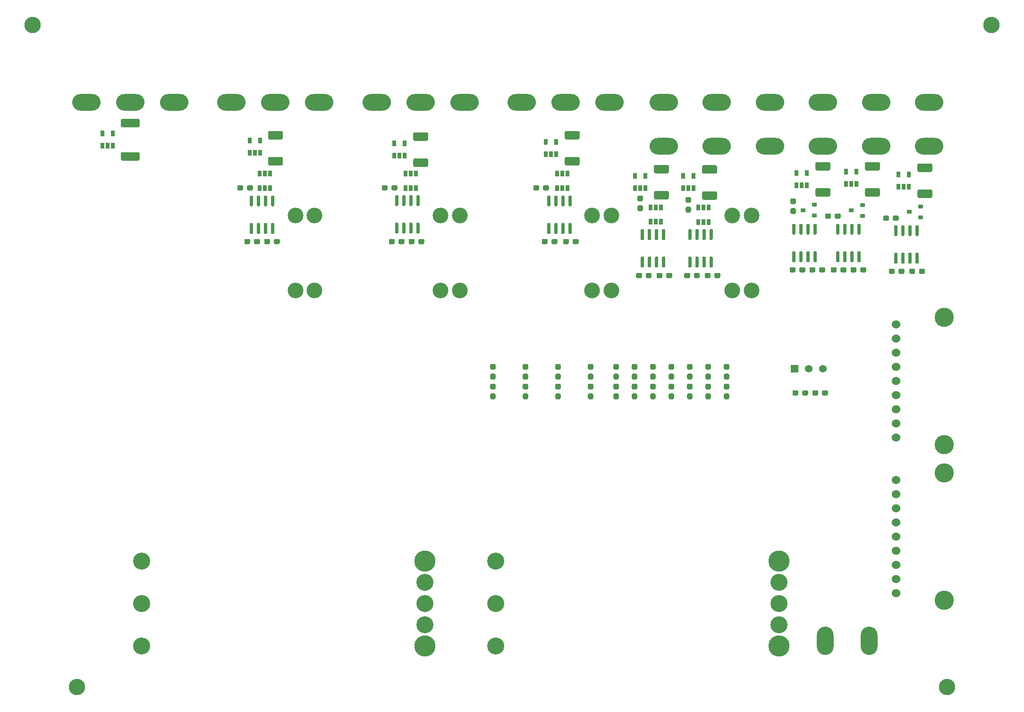
<source format=gbr>
%TF.GenerationSoftware,KiCad,Pcbnew,(5.1.6)-1*%
%TF.CreationDate,2022-03-17T22:35:52-05:00*%
%TF.ProjectId,2022_Rev2,32303232-5f52-4657-9632-2e6b69636164,rev?*%
%TF.SameCoordinates,Original*%
%TF.FileFunction,Soldermask,Top*%
%TF.FilePolarity,Negative*%
%FSLAX46Y46*%
G04 Gerber Fmt 4.6, Leading zero omitted, Abs format (unit mm)*
G04 Created by KiCad (PCBNEW (5.1.6)-1) date 2022-03-17 22:35:52*
%MOMM*%
%LPD*%
G01*
G04 APERTURE LIST*
%ADD10C,2.946400*%
%ADD11O,5.100000X3.000000*%
%ADD12C,1.524000*%
%ADD13C,3.450000*%
%ADD14C,3.048000*%
%ADD15C,3.810000*%
%ADD16R,0.650000X1.060000*%
%ADD17R,1.358000X1.358000*%
%ADD18C,1.358000*%
%ADD19R,0.900000X0.800000*%
%ADD20R,0.700000X1.000000*%
%ADD21C,2.819400*%
%ADD22O,3.000000X5.100000*%
G04 APERTURE END LIST*
D10*
%TO.C,REF\u002A\u002A*%
X70612000Y-24384000D03*
%TD*%
%TO.C,REF\u002A\u002A*%
X242570000Y-24384000D03*
%TD*%
%TO.C,REF\u002A\u002A*%
X234640120Y-143200120D03*
%TD*%
%TO.C,REF\u002A\u002A*%
X78541880Y-143200120D03*
%TD*%
%TO.C,R36*%
G36*
G01*
X231707001Y-50749000D02*
X229556999Y-50749000D01*
G75*
G02*
X229307000Y-50499001I0J249999D01*
G01*
X229307000Y-49473999D01*
G75*
G02*
X229556999Y-49224000I249999J0D01*
G01*
X231707001Y-49224000D01*
G75*
G02*
X231957000Y-49473999I0J-249999D01*
G01*
X231957000Y-50499001D01*
G75*
G02*
X231707001Y-50749000I-249999J0D01*
G01*
G37*
G36*
G01*
X231707001Y-55424000D02*
X229556999Y-55424000D01*
G75*
G02*
X229307000Y-55174001I0J249999D01*
G01*
X229307000Y-54148999D01*
G75*
G02*
X229556999Y-53899000I249999J0D01*
G01*
X231707001Y-53899000D01*
G75*
G02*
X231957000Y-54148999I0J-249999D01*
G01*
X231957000Y-55174001D01*
G75*
G02*
X231707001Y-55424000I-249999J0D01*
G01*
G37*
%TD*%
%TO.C,R35*%
G36*
G01*
X184463001Y-51003000D02*
X182312999Y-51003000D01*
G75*
G02*
X182063000Y-50753001I0J249999D01*
G01*
X182063000Y-49727999D01*
G75*
G02*
X182312999Y-49478000I249999J0D01*
G01*
X184463001Y-49478000D01*
G75*
G02*
X184713000Y-49727999I0J-249999D01*
G01*
X184713000Y-50753001D01*
G75*
G02*
X184463001Y-51003000I-249999J0D01*
G01*
G37*
G36*
G01*
X184463001Y-55678000D02*
X182312999Y-55678000D01*
G75*
G02*
X182063000Y-55428001I0J249999D01*
G01*
X182063000Y-54402999D01*
G75*
G02*
X182312999Y-54153000I249999J0D01*
G01*
X184463001Y-54153000D01*
G75*
G02*
X184713000Y-54402999I0J-249999D01*
G01*
X184713000Y-55428001D01*
G75*
G02*
X184463001Y-55678000I-249999J0D01*
G01*
G37*
%TD*%
%TO.C,R34*%
G36*
G01*
X115248001Y-44907000D02*
X113097999Y-44907000D01*
G75*
G02*
X112848000Y-44657001I0J249999D01*
G01*
X112848000Y-43631999D01*
G75*
G02*
X113097999Y-43382000I249999J0D01*
G01*
X115248001Y-43382000D01*
G75*
G02*
X115498000Y-43631999I0J-249999D01*
G01*
X115498000Y-44657001D01*
G75*
G02*
X115248001Y-44907000I-249999J0D01*
G01*
G37*
G36*
G01*
X115248001Y-49582000D02*
X113097999Y-49582000D01*
G75*
G02*
X112848000Y-49332001I0J249999D01*
G01*
X112848000Y-48306999D01*
G75*
G02*
X113097999Y-48057000I249999J0D01*
G01*
X115248001Y-48057000D01*
G75*
G02*
X115498000Y-48306999I0J-249999D01*
G01*
X115498000Y-49332001D01*
G75*
G02*
X115248001Y-49582000I-249999J0D01*
G01*
G37*
%TD*%
%TO.C,R26*%
G36*
G01*
X193099001Y-51054500D02*
X190948999Y-51054500D01*
G75*
G02*
X190699000Y-50804501I0J249999D01*
G01*
X190699000Y-49779499D01*
G75*
G02*
X190948999Y-49529500I249999J0D01*
G01*
X193099001Y-49529500D01*
G75*
G02*
X193349000Y-49779499I0J-249999D01*
G01*
X193349000Y-50804501D01*
G75*
G02*
X193099001Y-51054500I-249999J0D01*
G01*
G37*
G36*
G01*
X193099001Y-55729500D02*
X190948999Y-55729500D01*
G75*
G02*
X190699000Y-55479501I0J249999D01*
G01*
X190699000Y-54454499D01*
G75*
G02*
X190948999Y-54204500I249999J0D01*
G01*
X193099001Y-54204500D01*
G75*
G02*
X193349000Y-54454499I0J-249999D01*
G01*
X193349000Y-55479501D01*
G75*
G02*
X193099001Y-55729500I-249999J0D01*
G01*
G37*
%TD*%
%TO.C,R23*%
G36*
G01*
X168461001Y-44907000D02*
X166310999Y-44907000D01*
G75*
G02*
X166061000Y-44657001I0J249999D01*
G01*
X166061000Y-43631999D01*
G75*
G02*
X166310999Y-43382000I249999J0D01*
G01*
X168461001Y-43382000D01*
G75*
G02*
X168711000Y-43631999I0J-249999D01*
G01*
X168711000Y-44657001D01*
G75*
G02*
X168461001Y-44907000I-249999J0D01*
G01*
G37*
G36*
G01*
X168461001Y-49582000D02*
X166310999Y-49582000D01*
G75*
G02*
X166061000Y-49332001I0J249999D01*
G01*
X166061000Y-48306999D01*
G75*
G02*
X166310999Y-48057000I249999J0D01*
G01*
X168461001Y-48057000D01*
G75*
G02*
X168711000Y-48306999I0J-249999D01*
G01*
X168711000Y-49332001D01*
G75*
G02*
X168461001Y-49582000I-249999J0D01*
G01*
G37*
%TD*%
%TO.C,R21*%
G36*
G01*
X213419001Y-50495000D02*
X211268999Y-50495000D01*
G75*
G02*
X211019000Y-50245001I0J249999D01*
G01*
X211019000Y-49219999D01*
G75*
G02*
X211268999Y-48970000I249999J0D01*
G01*
X213419001Y-48970000D01*
G75*
G02*
X213669000Y-49219999I0J-249999D01*
G01*
X213669000Y-50245001D01*
G75*
G02*
X213419001Y-50495000I-249999J0D01*
G01*
G37*
G36*
G01*
X213419001Y-55170000D02*
X211268999Y-55170000D01*
G75*
G02*
X211019000Y-54920001I0J249999D01*
G01*
X211019000Y-53894999D01*
G75*
G02*
X211268999Y-53645000I249999J0D01*
G01*
X213419001Y-53645000D01*
G75*
G02*
X213669000Y-53894999I0J-249999D01*
G01*
X213669000Y-54920001D01*
G75*
G02*
X213419001Y-55170000I-249999J0D01*
G01*
G37*
%TD*%
%TO.C,R18*%
G36*
G01*
X222309001Y-50495000D02*
X220158999Y-50495000D01*
G75*
G02*
X219909000Y-50245001I0J249999D01*
G01*
X219909000Y-49219999D01*
G75*
G02*
X220158999Y-48970000I249999J0D01*
G01*
X222309001Y-48970000D01*
G75*
G02*
X222559000Y-49219999I0J-249999D01*
G01*
X222559000Y-50245001D01*
G75*
G02*
X222309001Y-50495000I-249999J0D01*
G01*
G37*
G36*
G01*
X222309001Y-55170000D02*
X220158999Y-55170000D01*
G75*
G02*
X219909000Y-54920001I0J249999D01*
G01*
X219909000Y-53894999D01*
G75*
G02*
X220158999Y-53645000I249999J0D01*
G01*
X222309001Y-53645000D01*
G75*
G02*
X222559000Y-53894999I0J-249999D01*
G01*
X222559000Y-54920001D01*
G75*
G02*
X222309001Y-55170000I-249999J0D01*
G01*
G37*
%TD*%
%TO.C,R16*%
G36*
G01*
X141283001Y-45161000D02*
X139132999Y-45161000D01*
G75*
G02*
X138883000Y-44911001I0J249999D01*
G01*
X138883000Y-43885999D01*
G75*
G02*
X139132999Y-43636000I249999J0D01*
G01*
X141283001Y-43636000D01*
G75*
G02*
X141533000Y-43885999I0J-249999D01*
G01*
X141533000Y-44911001D01*
G75*
G02*
X141283001Y-45161000I-249999J0D01*
G01*
G37*
G36*
G01*
X141283001Y-49836000D02*
X139132999Y-49836000D01*
G75*
G02*
X138883000Y-49586001I0J249999D01*
G01*
X138883000Y-48560999D01*
G75*
G02*
X139132999Y-48311000I249999J0D01*
G01*
X141283001Y-48311000D01*
G75*
G02*
X141533000Y-48560999I0J-249999D01*
G01*
X141533000Y-49586001D01*
G75*
G02*
X141283001Y-49836000I-249999J0D01*
G01*
G37*
%TD*%
%TO.C,R2*%
G36*
G01*
X89563001Y-42733000D02*
X86712999Y-42733000D01*
G75*
G02*
X86463000Y-42483001I0J249999D01*
G01*
X86463000Y-41457999D01*
G75*
G02*
X86712999Y-41208000I249999J0D01*
G01*
X89563001Y-41208000D01*
G75*
G02*
X89813000Y-41457999I0J-249999D01*
G01*
X89813000Y-42483001D01*
G75*
G02*
X89563001Y-42733000I-249999J0D01*
G01*
G37*
G36*
G01*
X89563001Y-48708000D02*
X86712999Y-48708000D01*
G75*
G02*
X86463000Y-48458001I0J249999D01*
G01*
X86463000Y-47432999D01*
G75*
G02*
X86712999Y-47183000I249999J0D01*
G01*
X89563001Y-47183000D01*
G75*
G02*
X89813000Y-47432999I0J-249999D01*
G01*
X89813000Y-48458001D01*
G75*
G02*
X89563001Y-48708000I-249999J0D01*
G01*
G37*
%TD*%
D11*
%TO.C,Conn10*%
X231425000Y-38285000D03*
X231425000Y-46159000D03*
%TD*%
%TO.C,Conn5*%
X212375000Y-38285000D03*
X212375000Y-46159000D03*
%TD*%
%TO.C,Conn7*%
X193325000Y-38285000D03*
X193325000Y-46159000D03*
%TD*%
%TO.C,Conn8*%
X221900000Y-38278000D03*
X221900000Y-46152000D03*
%TD*%
%TO.C,Conn6*%
X183800000Y-38285000D03*
X183800000Y-46159000D03*
%TD*%
%TO.C,Conn11*%
X202850000Y-38285000D03*
X202850000Y-46159000D03*
%TD*%
D12*
%TO.C,Conn13*%
X225425000Y-126365000D03*
X225425000Y-123825000D03*
X225425000Y-121285000D03*
X225425000Y-118745000D03*
D13*
X234061000Y-127635000D03*
X234061000Y-104775000D03*
D12*
X225425000Y-116205000D03*
X225425000Y-113665000D03*
X225425000Y-111125000D03*
X225425000Y-108585000D03*
X225425000Y-106045000D03*
%TD*%
%TO.C,Conn1*%
X225425000Y-98425000D03*
X225425000Y-95885000D03*
X225425000Y-93345000D03*
X225425000Y-90805000D03*
D13*
X234061000Y-99695000D03*
X234061000Y-76835000D03*
D12*
X225425000Y-88265000D03*
X225425000Y-85725000D03*
X225425000Y-83185000D03*
X225425000Y-80645000D03*
X225425000Y-78105000D03*
%TD*%
D14*
%TO.C,VR2*%
X204470000Y-132080000D03*
X204470000Y-128270000D03*
X204470000Y-124460000D03*
D15*
X204470000Y-120650000D03*
X204470000Y-135890000D03*
D14*
X153670000Y-120650000D03*
X153670000Y-128270000D03*
X153670000Y-135890000D03*
%TD*%
%TO.C,VR1*%
X140970000Y-132080000D03*
X140970000Y-128270000D03*
X140970000Y-124460000D03*
D15*
X140970000Y-120650000D03*
X140970000Y-135890000D03*
D14*
X90170000Y-120650000D03*
X90170000Y-128270000D03*
X90170000Y-135890000D03*
%TD*%
D16*
%TO.C,U25*%
X225872000Y-51224000D03*
X227772000Y-51224000D03*
X227772000Y-53424000D03*
X226822000Y-53424000D03*
X225872000Y-53424000D03*
%TD*%
%TO.C,U24*%
X178628000Y-51478000D03*
X180528000Y-51478000D03*
X180528000Y-53678000D03*
X179578000Y-53678000D03*
X178628000Y-53678000D03*
%TD*%
%TO.C,U23*%
X109540000Y-45128000D03*
X111440000Y-45128000D03*
X111440000Y-47328000D03*
X110490000Y-47328000D03*
X109540000Y-47328000D03*
%TD*%
%TO.C,U22*%
G36*
G01*
X225575000Y-62254000D02*
X225275000Y-62254000D01*
G75*
G02*
X225125000Y-62104000I0J150000D01*
G01*
X225125000Y-60454000D01*
G75*
G02*
X225275000Y-60304000I150000J0D01*
G01*
X225575000Y-60304000D01*
G75*
G02*
X225725000Y-60454000I0J-150000D01*
G01*
X225725000Y-62104000D01*
G75*
G02*
X225575000Y-62254000I-150000J0D01*
G01*
G37*
G36*
G01*
X226845000Y-62254000D02*
X226545000Y-62254000D01*
G75*
G02*
X226395000Y-62104000I0J150000D01*
G01*
X226395000Y-60454000D01*
G75*
G02*
X226545000Y-60304000I150000J0D01*
G01*
X226845000Y-60304000D01*
G75*
G02*
X226995000Y-60454000I0J-150000D01*
G01*
X226995000Y-62104000D01*
G75*
G02*
X226845000Y-62254000I-150000J0D01*
G01*
G37*
G36*
G01*
X228115000Y-62254000D02*
X227815000Y-62254000D01*
G75*
G02*
X227665000Y-62104000I0J150000D01*
G01*
X227665000Y-60454000D01*
G75*
G02*
X227815000Y-60304000I150000J0D01*
G01*
X228115000Y-60304000D01*
G75*
G02*
X228265000Y-60454000I0J-150000D01*
G01*
X228265000Y-62104000D01*
G75*
G02*
X228115000Y-62254000I-150000J0D01*
G01*
G37*
G36*
G01*
X229385000Y-62254000D02*
X229085000Y-62254000D01*
G75*
G02*
X228935000Y-62104000I0J150000D01*
G01*
X228935000Y-60454000D01*
G75*
G02*
X229085000Y-60304000I150000J0D01*
G01*
X229385000Y-60304000D01*
G75*
G02*
X229535000Y-60454000I0J-150000D01*
G01*
X229535000Y-62104000D01*
G75*
G02*
X229385000Y-62254000I-150000J0D01*
G01*
G37*
G36*
G01*
X229385000Y-67204000D02*
X229085000Y-67204000D01*
G75*
G02*
X228935000Y-67054000I0J150000D01*
G01*
X228935000Y-65404000D01*
G75*
G02*
X229085000Y-65254000I150000J0D01*
G01*
X229385000Y-65254000D01*
G75*
G02*
X229535000Y-65404000I0J-150000D01*
G01*
X229535000Y-67054000D01*
G75*
G02*
X229385000Y-67204000I-150000J0D01*
G01*
G37*
G36*
G01*
X228115000Y-67204000D02*
X227815000Y-67204000D01*
G75*
G02*
X227665000Y-67054000I0J150000D01*
G01*
X227665000Y-65404000D01*
G75*
G02*
X227815000Y-65254000I150000J0D01*
G01*
X228115000Y-65254000D01*
G75*
G02*
X228265000Y-65404000I0J-150000D01*
G01*
X228265000Y-67054000D01*
G75*
G02*
X228115000Y-67204000I-150000J0D01*
G01*
G37*
G36*
G01*
X226845000Y-67204000D02*
X226545000Y-67204000D01*
G75*
G02*
X226395000Y-67054000I0J150000D01*
G01*
X226395000Y-65404000D01*
G75*
G02*
X226545000Y-65254000I150000J0D01*
G01*
X226845000Y-65254000D01*
G75*
G02*
X226995000Y-65404000I0J-150000D01*
G01*
X226995000Y-67054000D01*
G75*
G02*
X226845000Y-67204000I-150000J0D01*
G01*
G37*
G36*
G01*
X225575000Y-67204000D02*
X225275000Y-67204000D01*
G75*
G02*
X225125000Y-67054000I0J150000D01*
G01*
X225125000Y-65404000D01*
G75*
G02*
X225275000Y-65254000I150000J0D01*
G01*
X225575000Y-65254000D01*
G75*
G02*
X225725000Y-65404000I0J-150000D01*
G01*
X225725000Y-67054000D01*
G75*
G02*
X225575000Y-67204000I-150000J0D01*
G01*
G37*
%TD*%
%TO.C,U21*%
G36*
G01*
X180109000Y-62951000D02*
X179809000Y-62951000D01*
G75*
G02*
X179659000Y-62801000I0J150000D01*
G01*
X179659000Y-61151000D01*
G75*
G02*
X179809000Y-61001000I150000J0D01*
G01*
X180109000Y-61001000D01*
G75*
G02*
X180259000Y-61151000I0J-150000D01*
G01*
X180259000Y-62801000D01*
G75*
G02*
X180109000Y-62951000I-150000J0D01*
G01*
G37*
G36*
G01*
X181379000Y-62951000D02*
X181079000Y-62951000D01*
G75*
G02*
X180929000Y-62801000I0J150000D01*
G01*
X180929000Y-61151000D01*
G75*
G02*
X181079000Y-61001000I150000J0D01*
G01*
X181379000Y-61001000D01*
G75*
G02*
X181529000Y-61151000I0J-150000D01*
G01*
X181529000Y-62801000D01*
G75*
G02*
X181379000Y-62951000I-150000J0D01*
G01*
G37*
G36*
G01*
X182649000Y-62951000D02*
X182349000Y-62951000D01*
G75*
G02*
X182199000Y-62801000I0J150000D01*
G01*
X182199000Y-61151000D01*
G75*
G02*
X182349000Y-61001000I150000J0D01*
G01*
X182649000Y-61001000D01*
G75*
G02*
X182799000Y-61151000I0J-150000D01*
G01*
X182799000Y-62801000D01*
G75*
G02*
X182649000Y-62951000I-150000J0D01*
G01*
G37*
G36*
G01*
X183919000Y-62951000D02*
X183619000Y-62951000D01*
G75*
G02*
X183469000Y-62801000I0J150000D01*
G01*
X183469000Y-61151000D01*
G75*
G02*
X183619000Y-61001000I150000J0D01*
G01*
X183919000Y-61001000D01*
G75*
G02*
X184069000Y-61151000I0J-150000D01*
G01*
X184069000Y-62801000D01*
G75*
G02*
X183919000Y-62951000I-150000J0D01*
G01*
G37*
G36*
G01*
X183919000Y-67901000D02*
X183619000Y-67901000D01*
G75*
G02*
X183469000Y-67751000I0J150000D01*
G01*
X183469000Y-66101000D01*
G75*
G02*
X183619000Y-65951000I150000J0D01*
G01*
X183919000Y-65951000D01*
G75*
G02*
X184069000Y-66101000I0J-150000D01*
G01*
X184069000Y-67751000D01*
G75*
G02*
X183919000Y-67901000I-150000J0D01*
G01*
G37*
G36*
G01*
X182649000Y-67901000D02*
X182349000Y-67901000D01*
G75*
G02*
X182199000Y-67751000I0J150000D01*
G01*
X182199000Y-66101000D01*
G75*
G02*
X182349000Y-65951000I150000J0D01*
G01*
X182649000Y-65951000D01*
G75*
G02*
X182799000Y-66101000I0J-150000D01*
G01*
X182799000Y-67751000D01*
G75*
G02*
X182649000Y-67901000I-150000J0D01*
G01*
G37*
G36*
G01*
X181379000Y-67901000D02*
X181079000Y-67901000D01*
G75*
G02*
X180929000Y-67751000I0J150000D01*
G01*
X180929000Y-66101000D01*
G75*
G02*
X181079000Y-65951000I150000J0D01*
G01*
X181379000Y-65951000D01*
G75*
G02*
X181529000Y-66101000I0J-150000D01*
G01*
X181529000Y-67751000D01*
G75*
G02*
X181379000Y-67901000I-150000J0D01*
G01*
G37*
G36*
G01*
X180109000Y-67901000D02*
X179809000Y-67901000D01*
G75*
G02*
X179659000Y-67751000I0J150000D01*
G01*
X179659000Y-66101000D01*
G75*
G02*
X179809000Y-65951000I150000J0D01*
G01*
X180109000Y-65951000D01*
G75*
G02*
X180259000Y-66101000I0J-150000D01*
G01*
X180259000Y-67751000D01*
G75*
G02*
X180109000Y-67901000I-150000J0D01*
G01*
G37*
%TD*%
%TO.C,U20*%
G36*
G01*
X110005000Y-56920000D02*
X109705000Y-56920000D01*
G75*
G02*
X109555000Y-56770000I0J150000D01*
G01*
X109555000Y-55120000D01*
G75*
G02*
X109705000Y-54970000I150000J0D01*
G01*
X110005000Y-54970000D01*
G75*
G02*
X110155000Y-55120000I0J-150000D01*
G01*
X110155000Y-56770000D01*
G75*
G02*
X110005000Y-56920000I-150000J0D01*
G01*
G37*
G36*
G01*
X111275000Y-56920000D02*
X110975000Y-56920000D01*
G75*
G02*
X110825000Y-56770000I0J150000D01*
G01*
X110825000Y-55120000D01*
G75*
G02*
X110975000Y-54970000I150000J0D01*
G01*
X111275000Y-54970000D01*
G75*
G02*
X111425000Y-55120000I0J-150000D01*
G01*
X111425000Y-56770000D01*
G75*
G02*
X111275000Y-56920000I-150000J0D01*
G01*
G37*
G36*
G01*
X112545000Y-56920000D02*
X112245000Y-56920000D01*
G75*
G02*
X112095000Y-56770000I0J150000D01*
G01*
X112095000Y-55120000D01*
G75*
G02*
X112245000Y-54970000I150000J0D01*
G01*
X112545000Y-54970000D01*
G75*
G02*
X112695000Y-55120000I0J-150000D01*
G01*
X112695000Y-56770000D01*
G75*
G02*
X112545000Y-56920000I-150000J0D01*
G01*
G37*
G36*
G01*
X113815000Y-56920000D02*
X113515000Y-56920000D01*
G75*
G02*
X113365000Y-56770000I0J150000D01*
G01*
X113365000Y-55120000D01*
G75*
G02*
X113515000Y-54970000I150000J0D01*
G01*
X113815000Y-54970000D01*
G75*
G02*
X113965000Y-55120000I0J-150000D01*
G01*
X113965000Y-56770000D01*
G75*
G02*
X113815000Y-56920000I-150000J0D01*
G01*
G37*
G36*
G01*
X113815000Y-61870000D02*
X113515000Y-61870000D01*
G75*
G02*
X113365000Y-61720000I0J150000D01*
G01*
X113365000Y-60070000D01*
G75*
G02*
X113515000Y-59920000I150000J0D01*
G01*
X113815000Y-59920000D01*
G75*
G02*
X113965000Y-60070000I0J-150000D01*
G01*
X113965000Y-61720000D01*
G75*
G02*
X113815000Y-61870000I-150000J0D01*
G01*
G37*
G36*
G01*
X112545000Y-61870000D02*
X112245000Y-61870000D01*
G75*
G02*
X112095000Y-61720000I0J150000D01*
G01*
X112095000Y-60070000D01*
G75*
G02*
X112245000Y-59920000I150000J0D01*
G01*
X112545000Y-59920000D01*
G75*
G02*
X112695000Y-60070000I0J-150000D01*
G01*
X112695000Y-61720000D01*
G75*
G02*
X112545000Y-61870000I-150000J0D01*
G01*
G37*
G36*
G01*
X111275000Y-61870000D02*
X110975000Y-61870000D01*
G75*
G02*
X110825000Y-61720000I0J150000D01*
G01*
X110825000Y-60070000D01*
G75*
G02*
X110975000Y-59920000I150000J0D01*
G01*
X111275000Y-59920000D01*
G75*
G02*
X111425000Y-60070000I0J-150000D01*
G01*
X111425000Y-61720000D01*
G75*
G02*
X111275000Y-61870000I-150000J0D01*
G01*
G37*
G36*
G01*
X110005000Y-61870000D02*
X109705000Y-61870000D01*
G75*
G02*
X109555000Y-61720000I0J150000D01*
G01*
X109555000Y-60070000D01*
G75*
G02*
X109705000Y-59920000I150000J0D01*
G01*
X110005000Y-59920000D01*
G75*
G02*
X110155000Y-60070000I0J-150000D01*
G01*
X110155000Y-61720000D01*
G75*
G02*
X110005000Y-61870000I-150000J0D01*
G01*
G37*
%TD*%
%TO.C,U19*%
X187264000Y-51478000D03*
X189164000Y-51478000D03*
X189164000Y-53678000D03*
X188214000Y-53678000D03*
X187264000Y-53678000D03*
%TD*%
%TO.C,U18*%
G36*
G01*
X188618000Y-62951000D02*
X188318000Y-62951000D01*
G75*
G02*
X188168000Y-62801000I0J150000D01*
G01*
X188168000Y-61151000D01*
G75*
G02*
X188318000Y-61001000I150000J0D01*
G01*
X188618000Y-61001000D01*
G75*
G02*
X188768000Y-61151000I0J-150000D01*
G01*
X188768000Y-62801000D01*
G75*
G02*
X188618000Y-62951000I-150000J0D01*
G01*
G37*
G36*
G01*
X189888000Y-62951000D02*
X189588000Y-62951000D01*
G75*
G02*
X189438000Y-62801000I0J150000D01*
G01*
X189438000Y-61151000D01*
G75*
G02*
X189588000Y-61001000I150000J0D01*
G01*
X189888000Y-61001000D01*
G75*
G02*
X190038000Y-61151000I0J-150000D01*
G01*
X190038000Y-62801000D01*
G75*
G02*
X189888000Y-62951000I-150000J0D01*
G01*
G37*
G36*
G01*
X191158000Y-62951000D02*
X190858000Y-62951000D01*
G75*
G02*
X190708000Y-62801000I0J150000D01*
G01*
X190708000Y-61151000D01*
G75*
G02*
X190858000Y-61001000I150000J0D01*
G01*
X191158000Y-61001000D01*
G75*
G02*
X191308000Y-61151000I0J-150000D01*
G01*
X191308000Y-62801000D01*
G75*
G02*
X191158000Y-62951000I-150000J0D01*
G01*
G37*
G36*
G01*
X192428000Y-62951000D02*
X192128000Y-62951000D01*
G75*
G02*
X191978000Y-62801000I0J150000D01*
G01*
X191978000Y-61151000D01*
G75*
G02*
X192128000Y-61001000I150000J0D01*
G01*
X192428000Y-61001000D01*
G75*
G02*
X192578000Y-61151000I0J-150000D01*
G01*
X192578000Y-62801000D01*
G75*
G02*
X192428000Y-62951000I-150000J0D01*
G01*
G37*
G36*
G01*
X192428000Y-67901000D02*
X192128000Y-67901000D01*
G75*
G02*
X191978000Y-67751000I0J150000D01*
G01*
X191978000Y-66101000D01*
G75*
G02*
X192128000Y-65951000I150000J0D01*
G01*
X192428000Y-65951000D01*
G75*
G02*
X192578000Y-66101000I0J-150000D01*
G01*
X192578000Y-67751000D01*
G75*
G02*
X192428000Y-67901000I-150000J0D01*
G01*
G37*
G36*
G01*
X191158000Y-67901000D02*
X190858000Y-67901000D01*
G75*
G02*
X190708000Y-67751000I0J150000D01*
G01*
X190708000Y-66101000D01*
G75*
G02*
X190858000Y-65951000I150000J0D01*
G01*
X191158000Y-65951000D01*
G75*
G02*
X191308000Y-66101000I0J-150000D01*
G01*
X191308000Y-67751000D01*
G75*
G02*
X191158000Y-67901000I-150000J0D01*
G01*
G37*
G36*
G01*
X189888000Y-67901000D02*
X189588000Y-67901000D01*
G75*
G02*
X189438000Y-67751000I0J150000D01*
G01*
X189438000Y-66101000D01*
G75*
G02*
X189588000Y-65951000I150000J0D01*
G01*
X189888000Y-65951000D01*
G75*
G02*
X190038000Y-66101000I0J-150000D01*
G01*
X190038000Y-67751000D01*
G75*
G02*
X189888000Y-67901000I-150000J0D01*
G01*
G37*
G36*
G01*
X188618000Y-67901000D02*
X188318000Y-67901000D01*
G75*
G02*
X188168000Y-67751000I0J150000D01*
G01*
X188168000Y-66101000D01*
G75*
G02*
X188318000Y-65951000I150000J0D01*
G01*
X188618000Y-65951000D01*
G75*
G02*
X188768000Y-66101000I0J-150000D01*
G01*
X188768000Y-67751000D01*
G75*
G02*
X188618000Y-67901000I-150000J0D01*
G01*
G37*
%TD*%
%TO.C,U17*%
G36*
G01*
X163345000Y-56920000D02*
X163045000Y-56920000D01*
G75*
G02*
X162895000Y-56770000I0J150000D01*
G01*
X162895000Y-55120000D01*
G75*
G02*
X163045000Y-54970000I150000J0D01*
G01*
X163345000Y-54970000D01*
G75*
G02*
X163495000Y-55120000I0J-150000D01*
G01*
X163495000Y-56770000D01*
G75*
G02*
X163345000Y-56920000I-150000J0D01*
G01*
G37*
G36*
G01*
X164615000Y-56920000D02*
X164315000Y-56920000D01*
G75*
G02*
X164165000Y-56770000I0J150000D01*
G01*
X164165000Y-55120000D01*
G75*
G02*
X164315000Y-54970000I150000J0D01*
G01*
X164615000Y-54970000D01*
G75*
G02*
X164765000Y-55120000I0J-150000D01*
G01*
X164765000Y-56770000D01*
G75*
G02*
X164615000Y-56920000I-150000J0D01*
G01*
G37*
G36*
G01*
X165885000Y-56920000D02*
X165585000Y-56920000D01*
G75*
G02*
X165435000Y-56770000I0J150000D01*
G01*
X165435000Y-55120000D01*
G75*
G02*
X165585000Y-54970000I150000J0D01*
G01*
X165885000Y-54970000D01*
G75*
G02*
X166035000Y-55120000I0J-150000D01*
G01*
X166035000Y-56770000D01*
G75*
G02*
X165885000Y-56920000I-150000J0D01*
G01*
G37*
G36*
G01*
X167155000Y-56920000D02*
X166855000Y-56920000D01*
G75*
G02*
X166705000Y-56770000I0J150000D01*
G01*
X166705000Y-55120000D01*
G75*
G02*
X166855000Y-54970000I150000J0D01*
G01*
X167155000Y-54970000D01*
G75*
G02*
X167305000Y-55120000I0J-150000D01*
G01*
X167305000Y-56770000D01*
G75*
G02*
X167155000Y-56920000I-150000J0D01*
G01*
G37*
G36*
G01*
X167155000Y-61870000D02*
X166855000Y-61870000D01*
G75*
G02*
X166705000Y-61720000I0J150000D01*
G01*
X166705000Y-60070000D01*
G75*
G02*
X166855000Y-59920000I150000J0D01*
G01*
X167155000Y-59920000D01*
G75*
G02*
X167305000Y-60070000I0J-150000D01*
G01*
X167305000Y-61720000D01*
G75*
G02*
X167155000Y-61870000I-150000J0D01*
G01*
G37*
G36*
G01*
X165885000Y-61870000D02*
X165585000Y-61870000D01*
G75*
G02*
X165435000Y-61720000I0J150000D01*
G01*
X165435000Y-60070000D01*
G75*
G02*
X165585000Y-59920000I150000J0D01*
G01*
X165885000Y-59920000D01*
G75*
G02*
X166035000Y-60070000I0J-150000D01*
G01*
X166035000Y-61720000D01*
G75*
G02*
X165885000Y-61870000I-150000J0D01*
G01*
G37*
G36*
G01*
X164615000Y-61870000D02*
X164315000Y-61870000D01*
G75*
G02*
X164165000Y-61720000I0J150000D01*
G01*
X164165000Y-60070000D01*
G75*
G02*
X164315000Y-59920000I150000J0D01*
G01*
X164615000Y-59920000D01*
G75*
G02*
X164765000Y-60070000I0J-150000D01*
G01*
X164765000Y-61720000D01*
G75*
G02*
X164615000Y-61870000I-150000J0D01*
G01*
G37*
G36*
G01*
X163345000Y-61870000D02*
X163045000Y-61870000D01*
G75*
G02*
X162895000Y-61720000I0J150000D01*
G01*
X162895000Y-60070000D01*
G75*
G02*
X163045000Y-59920000I150000J0D01*
G01*
X163345000Y-59920000D01*
G75*
G02*
X163495000Y-60070000I0J-150000D01*
G01*
X163495000Y-61720000D01*
G75*
G02*
X163345000Y-61870000I-150000J0D01*
G01*
G37*
%TD*%
%TO.C,U16*%
X162626000Y-45382000D03*
X164526000Y-45382000D03*
X164526000Y-47582000D03*
X163576000Y-47582000D03*
X162626000Y-47582000D03*
%TD*%
%TO.C,U15*%
X207584000Y-50970000D03*
X209484000Y-50970000D03*
X209484000Y-53170000D03*
X208534000Y-53170000D03*
X207584000Y-53170000D03*
%TD*%
%TO.C,U13*%
X216474000Y-50716000D03*
X218374000Y-50716000D03*
X218374000Y-52916000D03*
X217424000Y-52916000D03*
X216474000Y-52916000D03*
%TD*%
%TO.C,U12*%
X135448000Y-45636000D03*
X137348000Y-45636000D03*
X137348000Y-47836000D03*
X136398000Y-47836000D03*
X135448000Y-47836000D03*
%TD*%
%TO.C,U11*%
G36*
G01*
X207287000Y-62000000D02*
X206987000Y-62000000D01*
G75*
G02*
X206837000Y-61850000I0J150000D01*
G01*
X206837000Y-60200000D01*
G75*
G02*
X206987000Y-60050000I150000J0D01*
G01*
X207287000Y-60050000D01*
G75*
G02*
X207437000Y-60200000I0J-150000D01*
G01*
X207437000Y-61850000D01*
G75*
G02*
X207287000Y-62000000I-150000J0D01*
G01*
G37*
G36*
G01*
X208557000Y-62000000D02*
X208257000Y-62000000D01*
G75*
G02*
X208107000Y-61850000I0J150000D01*
G01*
X208107000Y-60200000D01*
G75*
G02*
X208257000Y-60050000I150000J0D01*
G01*
X208557000Y-60050000D01*
G75*
G02*
X208707000Y-60200000I0J-150000D01*
G01*
X208707000Y-61850000D01*
G75*
G02*
X208557000Y-62000000I-150000J0D01*
G01*
G37*
G36*
G01*
X209827000Y-62000000D02*
X209527000Y-62000000D01*
G75*
G02*
X209377000Y-61850000I0J150000D01*
G01*
X209377000Y-60200000D01*
G75*
G02*
X209527000Y-60050000I150000J0D01*
G01*
X209827000Y-60050000D01*
G75*
G02*
X209977000Y-60200000I0J-150000D01*
G01*
X209977000Y-61850000D01*
G75*
G02*
X209827000Y-62000000I-150000J0D01*
G01*
G37*
G36*
G01*
X211097000Y-62000000D02*
X210797000Y-62000000D01*
G75*
G02*
X210647000Y-61850000I0J150000D01*
G01*
X210647000Y-60200000D01*
G75*
G02*
X210797000Y-60050000I150000J0D01*
G01*
X211097000Y-60050000D01*
G75*
G02*
X211247000Y-60200000I0J-150000D01*
G01*
X211247000Y-61850000D01*
G75*
G02*
X211097000Y-62000000I-150000J0D01*
G01*
G37*
G36*
G01*
X211097000Y-66950000D02*
X210797000Y-66950000D01*
G75*
G02*
X210647000Y-66800000I0J150000D01*
G01*
X210647000Y-65150000D01*
G75*
G02*
X210797000Y-65000000I150000J0D01*
G01*
X211097000Y-65000000D01*
G75*
G02*
X211247000Y-65150000I0J-150000D01*
G01*
X211247000Y-66800000D01*
G75*
G02*
X211097000Y-66950000I-150000J0D01*
G01*
G37*
G36*
G01*
X209827000Y-66950000D02*
X209527000Y-66950000D01*
G75*
G02*
X209377000Y-66800000I0J150000D01*
G01*
X209377000Y-65150000D01*
G75*
G02*
X209527000Y-65000000I150000J0D01*
G01*
X209827000Y-65000000D01*
G75*
G02*
X209977000Y-65150000I0J-150000D01*
G01*
X209977000Y-66800000D01*
G75*
G02*
X209827000Y-66950000I-150000J0D01*
G01*
G37*
G36*
G01*
X208557000Y-66950000D02*
X208257000Y-66950000D01*
G75*
G02*
X208107000Y-66800000I0J150000D01*
G01*
X208107000Y-65150000D01*
G75*
G02*
X208257000Y-65000000I150000J0D01*
G01*
X208557000Y-65000000D01*
G75*
G02*
X208707000Y-65150000I0J-150000D01*
G01*
X208707000Y-66800000D01*
G75*
G02*
X208557000Y-66950000I-150000J0D01*
G01*
G37*
G36*
G01*
X207287000Y-66950000D02*
X206987000Y-66950000D01*
G75*
G02*
X206837000Y-66800000I0J150000D01*
G01*
X206837000Y-65150000D01*
G75*
G02*
X206987000Y-65000000I150000J0D01*
G01*
X207287000Y-65000000D01*
G75*
G02*
X207437000Y-65150000I0J-150000D01*
G01*
X207437000Y-66800000D01*
G75*
G02*
X207287000Y-66950000I-150000J0D01*
G01*
G37*
%TD*%
%TO.C,U9*%
G36*
G01*
X215161000Y-62000000D02*
X214861000Y-62000000D01*
G75*
G02*
X214711000Y-61850000I0J150000D01*
G01*
X214711000Y-60200000D01*
G75*
G02*
X214861000Y-60050000I150000J0D01*
G01*
X215161000Y-60050000D01*
G75*
G02*
X215311000Y-60200000I0J-150000D01*
G01*
X215311000Y-61850000D01*
G75*
G02*
X215161000Y-62000000I-150000J0D01*
G01*
G37*
G36*
G01*
X216431000Y-62000000D02*
X216131000Y-62000000D01*
G75*
G02*
X215981000Y-61850000I0J150000D01*
G01*
X215981000Y-60200000D01*
G75*
G02*
X216131000Y-60050000I150000J0D01*
G01*
X216431000Y-60050000D01*
G75*
G02*
X216581000Y-60200000I0J-150000D01*
G01*
X216581000Y-61850000D01*
G75*
G02*
X216431000Y-62000000I-150000J0D01*
G01*
G37*
G36*
G01*
X217701000Y-62000000D02*
X217401000Y-62000000D01*
G75*
G02*
X217251000Y-61850000I0J150000D01*
G01*
X217251000Y-60200000D01*
G75*
G02*
X217401000Y-60050000I150000J0D01*
G01*
X217701000Y-60050000D01*
G75*
G02*
X217851000Y-60200000I0J-150000D01*
G01*
X217851000Y-61850000D01*
G75*
G02*
X217701000Y-62000000I-150000J0D01*
G01*
G37*
G36*
G01*
X218971000Y-62000000D02*
X218671000Y-62000000D01*
G75*
G02*
X218521000Y-61850000I0J150000D01*
G01*
X218521000Y-60200000D01*
G75*
G02*
X218671000Y-60050000I150000J0D01*
G01*
X218971000Y-60050000D01*
G75*
G02*
X219121000Y-60200000I0J-150000D01*
G01*
X219121000Y-61850000D01*
G75*
G02*
X218971000Y-62000000I-150000J0D01*
G01*
G37*
G36*
G01*
X218971000Y-66950000D02*
X218671000Y-66950000D01*
G75*
G02*
X218521000Y-66800000I0J150000D01*
G01*
X218521000Y-65150000D01*
G75*
G02*
X218671000Y-65000000I150000J0D01*
G01*
X218971000Y-65000000D01*
G75*
G02*
X219121000Y-65150000I0J-150000D01*
G01*
X219121000Y-66800000D01*
G75*
G02*
X218971000Y-66950000I-150000J0D01*
G01*
G37*
G36*
G01*
X217701000Y-66950000D02*
X217401000Y-66950000D01*
G75*
G02*
X217251000Y-66800000I0J150000D01*
G01*
X217251000Y-65150000D01*
G75*
G02*
X217401000Y-65000000I150000J0D01*
G01*
X217701000Y-65000000D01*
G75*
G02*
X217851000Y-65150000I0J-150000D01*
G01*
X217851000Y-66800000D01*
G75*
G02*
X217701000Y-66950000I-150000J0D01*
G01*
G37*
G36*
G01*
X216431000Y-66950000D02*
X216131000Y-66950000D01*
G75*
G02*
X215981000Y-66800000I0J150000D01*
G01*
X215981000Y-65150000D01*
G75*
G02*
X216131000Y-65000000I150000J0D01*
G01*
X216431000Y-65000000D01*
G75*
G02*
X216581000Y-65150000I0J-150000D01*
G01*
X216581000Y-66800000D01*
G75*
G02*
X216431000Y-66950000I-150000J0D01*
G01*
G37*
G36*
G01*
X215161000Y-66950000D02*
X214861000Y-66950000D01*
G75*
G02*
X214711000Y-66800000I0J150000D01*
G01*
X214711000Y-65150000D01*
G75*
G02*
X214861000Y-65000000I150000J0D01*
G01*
X215161000Y-65000000D01*
G75*
G02*
X215311000Y-65150000I0J-150000D01*
G01*
X215311000Y-66800000D01*
G75*
G02*
X215161000Y-66950000I-150000J0D01*
G01*
G37*
%TD*%
%TO.C,U8*%
G36*
G01*
X136040000Y-56855000D02*
X135740000Y-56855000D01*
G75*
G02*
X135590000Y-56705000I0J150000D01*
G01*
X135590000Y-55055000D01*
G75*
G02*
X135740000Y-54905000I150000J0D01*
G01*
X136040000Y-54905000D01*
G75*
G02*
X136190000Y-55055000I0J-150000D01*
G01*
X136190000Y-56705000D01*
G75*
G02*
X136040000Y-56855000I-150000J0D01*
G01*
G37*
G36*
G01*
X137310000Y-56855000D02*
X137010000Y-56855000D01*
G75*
G02*
X136860000Y-56705000I0J150000D01*
G01*
X136860000Y-55055000D01*
G75*
G02*
X137010000Y-54905000I150000J0D01*
G01*
X137310000Y-54905000D01*
G75*
G02*
X137460000Y-55055000I0J-150000D01*
G01*
X137460000Y-56705000D01*
G75*
G02*
X137310000Y-56855000I-150000J0D01*
G01*
G37*
G36*
G01*
X138580000Y-56855000D02*
X138280000Y-56855000D01*
G75*
G02*
X138130000Y-56705000I0J150000D01*
G01*
X138130000Y-55055000D01*
G75*
G02*
X138280000Y-54905000I150000J0D01*
G01*
X138580000Y-54905000D01*
G75*
G02*
X138730000Y-55055000I0J-150000D01*
G01*
X138730000Y-56705000D01*
G75*
G02*
X138580000Y-56855000I-150000J0D01*
G01*
G37*
G36*
G01*
X139850000Y-56855000D02*
X139550000Y-56855000D01*
G75*
G02*
X139400000Y-56705000I0J150000D01*
G01*
X139400000Y-55055000D01*
G75*
G02*
X139550000Y-54905000I150000J0D01*
G01*
X139850000Y-54905000D01*
G75*
G02*
X140000000Y-55055000I0J-150000D01*
G01*
X140000000Y-56705000D01*
G75*
G02*
X139850000Y-56855000I-150000J0D01*
G01*
G37*
G36*
G01*
X139850000Y-61805000D02*
X139550000Y-61805000D01*
G75*
G02*
X139400000Y-61655000I0J150000D01*
G01*
X139400000Y-60005000D01*
G75*
G02*
X139550000Y-59855000I150000J0D01*
G01*
X139850000Y-59855000D01*
G75*
G02*
X140000000Y-60005000I0J-150000D01*
G01*
X140000000Y-61655000D01*
G75*
G02*
X139850000Y-61805000I-150000J0D01*
G01*
G37*
G36*
G01*
X138580000Y-61805000D02*
X138280000Y-61805000D01*
G75*
G02*
X138130000Y-61655000I0J150000D01*
G01*
X138130000Y-60005000D01*
G75*
G02*
X138280000Y-59855000I150000J0D01*
G01*
X138580000Y-59855000D01*
G75*
G02*
X138730000Y-60005000I0J-150000D01*
G01*
X138730000Y-61655000D01*
G75*
G02*
X138580000Y-61805000I-150000J0D01*
G01*
G37*
G36*
G01*
X137310000Y-61805000D02*
X137010000Y-61805000D01*
G75*
G02*
X136860000Y-61655000I0J150000D01*
G01*
X136860000Y-60005000D01*
G75*
G02*
X137010000Y-59855000I150000J0D01*
G01*
X137310000Y-59855000D01*
G75*
G02*
X137460000Y-60005000I0J-150000D01*
G01*
X137460000Y-61655000D01*
G75*
G02*
X137310000Y-61805000I-150000J0D01*
G01*
G37*
G36*
G01*
X136040000Y-61805000D02*
X135740000Y-61805000D01*
G75*
G02*
X135590000Y-61655000I0J150000D01*
G01*
X135590000Y-60005000D01*
G75*
G02*
X135740000Y-59855000I150000J0D01*
G01*
X136040000Y-59855000D01*
G75*
G02*
X136190000Y-60005000I0J-150000D01*
G01*
X136190000Y-61655000D01*
G75*
G02*
X136040000Y-61805000I-150000J0D01*
G01*
G37*
%TD*%
%TO.C,U2*%
X83124000Y-43858000D03*
X85024000Y-43858000D03*
X85024000Y-46058000D03*
X84074000Y-46058000D03*
X83124000Y-46058000D03*
%TD*%
D17*
%TO.C,U1*%
X207264000Y-86078000D03*
D18*
X209804000Y-86078000D03*
X212344000Y-86078000D03*
%TD*%
%TO.C,R33*%
G36*
G01*
X191532500Y-90520000D02*
X192007500Y-90520000D01*
G75*
G02*
X192245000Y-90757500I0J-237500D01*
G01*
X192245000Y-91332500D01*
G75*
G02*
X192007500Y-91570000I-237500J0D01*
G01*
X191532500Y-91570000D01*
G75*
G02*
X191295000Y-91332500I0J237500D01*
G01*
X191295000Y-90757500D01*
G75*
G02*
X191532500Y-90520000I237500J0D01*
G01*
G37*
G36*
G01*
X191532500Y-88770000D02*
X192007500Y-88770000D01*
G75*
G02*
X192245000Y-89007500I0J-237500D01*
G01*
X192245000Y-89582500D01*
G75*
G02*
X192007500Y-89820000I-237500J0D01*
G01*
X191532500Y-89820000D01*
G75*
G02*
X191295000Y-89582500I0J237500D01*
G01*
X191295000Y-89007500D01*
G75*
G02*
X191532500Y-88770000I237500J0D01*
G01*
G37*
%TD*%
%TO.C,R32*%
G36*
G01*
X175022500Y-90520000D02*
X175497500Y-90520000D01*
G75*
G02*
X175735000Y-90757500I0J-237500D01*
G01*
X175735000Y-91332500D01*
G75*
G02*
X175497500Y-91570000I-237500J0D01*
G01*
X175022500Y-91570000D01*
G75*
G02*
X174785000Y-91332500I0J237500D01*
G01*
X174785000Y-90757500D01*
G75*
G02*
X175022500Y-90520000I237500J0D01*
G01*
G37*
G36*
G01*
X175022500Y-88770000D02*
X175497500Y-88770000D01*
G75*
G02*
X175735000Y-89007500I0J-237500D01*
G01*
X175735000Y-89582500D01*
G75*
G02*
X175497500Y-89820000I-237500J0D01*
G01*
X175022500Y-89820000D01*
G75*
G02*
X174785000Y-89582500I0J237500D01*
G01*
X174785000Y-89007500D01*
G75*
G02*
X175022500Y-88770000I237500J0D01*
G01*
G37*
%TD*%
%TO.C,R31*%
G36*
G01*
X158766500Y-90520000D02*
X159241500Y-90520000D01*
G75*
G02*
X159479000Y-90757500I0J-237500D01*
G01*
X159479000Y-91332500D01*
G75*
G02*
X159241500Y-91570000I-237500J0D01*
G01*
X158766500Y-91570000D01*
G75*
G02*
X158529000Y-91332500I0J237500D01*
G01*
X158529000Y-90757500D01*
G75*
G02*
X158766500Y-90520000I237500J0D01*
G01*
G37*
G36*
G01*
X158766500Y-88770000D02*
X159241500Y-88770000D01*
G75*
G02*
X159479000Y-89007500I0J-237500D01*
G01*
X159479000Y-89582500D01*
G75*
G02*
X159241500Y-89820000I-237500J0D01*
G01*
X158766500Y-89820000D01*
G75*
G02*
X158529000Y-89582500I0J237500D01*
G01*
X158529000Y-89007500D01*
G75*
G02*
X158766500Y-88770000I237500J0D01*
G01*
G37*
%TD*%
%TO.C,R30*%
G36*
G01*
X228885000Y-68342500D02*
X228885000Y-68817500D01*
G75*
G02*
X228647500Y-69055000I-237500J0D01*
G01*
X228072500Y-69055000D01*
G75*
G02*
X227835000Y-68817500I0J237500D01*
G01*
X227835000Y-68342500D01*
G75*
G02*
X228072500Y-68105000I237500J0D01*
G01*
X228647500Y-68105000D01*
G75*
G02*
X228885000Y-68342500I0J-237500D01*
G01*
G37*
G36*
G01*
X230635000Y-68342500D02*
X230635000Y-68817500D01*
G75*
G02*
X230397500Y-69055000I-237500J0D01*
G01*
X229822500Y-69055000D01*
G75*
G02*
X229585000Y-68817500I0J237500D01*
G01*
X229585000Y-68342500D01*
G75*
G02*
X229822500Y-68105000I237500J0D01*
G01*
X230397500Y-68105000D01*
G75*
G02*
X230635000Y-68342500I0J-237500D01*
G01*
G37*
%TD*%
%TO.C,R29*%
G36*
G01*
X183546000Y-69104500D02*
X183546000Y-69579500D01*
G75*
G02*
X183308500Y-69817000I-237500J0D01*
G01*
X182733500Y-69817000D01*
G75*
G02*
X182496000Y-69579500I0J237500D01*
G01*
X182496000Y-69104500D01*
G75*
G02*
X182733500Y-68867000I237500J0D01*
G01*
X183308500Y-68867000D01*
G75*
G02*
X183546000Y-69104500I0J-237500D01*
G01*
G37*
G36*
G01*
X185296000Y-69104500D02*
X185296000Y-69579500D01*
G75*
G02*
X185058500Y-69817000I-237500J0D01*
G01*
X184483500Y-69817000D01*
G75*
G02*
X184246000Y-69579500I0J237500D01*
G01*
X184246000Y-69104500D01*
G75*
G02*
X184483500Y-68867000I237500J0D01*
G01*
X185058500Y-68867000D01*
G75*
G02*
X185296000Y-69104500I0J-237500D01*
G01*
G37*
%TD*%
%TO.C,R28*%
G36*
G01*
X113188000Y-63008500D02*
X113188000Y-63483500D01*
G75*
G02*
X112950500Y-63721000I-237500J0D01*
G01*
X112375500Y-63721000D01*
G75*
G02*
X112138000Y-63483500I0J237500D01*
G01*
X112138000Y-63008500D01*
G75*
G02*
X112375500Y-62771000I237500J0D01*
G01*
X112950500Y-62771000D01*
G75*
G02*
X113188000Y-63008500I0J-237500D01*
G01*
G37*
G36*
G01*
X114938000Y-63008500D02*
X114938000Y-63483500D01*
G75*
G02*
X114700500Y-63721000I-237500J0D01*
G01*
X114125500Y-63721000D01*
G75*
G02*
X113888000Y-63483500I0J237500D01*
G01*
X113888000Y-63008500D01*
G75*
G02*
X114125500Y-62771000I237500J0D01*
G01*
X114700500Y-62771000D01*
G75*
G02*
X114938000Y-63008500I0J-237500D01*
G01*
G37*
%TD*%
%TO.C,R27*%
G36*
G01*
X192182000Y-69104500D02*
X192182000Y-69579500D01*
G75*
G02*
X191944500Y-69817000I-237500J0D01*
G01*
X191369500Y-69817000D01*
G75*
G02*
X191132000Y-69579500I0J237500D01*
G01*
X191132000Y-69104500D01*
G75*
G02*
X191369500Y-68867000I237500J0D01*
G01*
X191944500Y-68867000D01*
G75*
G02*
X192182000Y-69104500I0J-237500D01*
G01*
G37*
G36*
G01*
X193932000Y-69104500D02*
X193932000Y-69579500D01*
G75*
G02*
X193694500Y-69817000I-237500J0D01*
G01*
X193119500Y-69817000D01*
G75*
G02*
X192882000Y-69579500I0J237500D01*
G01*
X192882000Y-69104500D01*
G75*
G02*
X193119500Y-68867000I237500J0D01*
G01*
X193694500Y-68867000D01*
G75*
G02*
X193932000Y-69104500I0J-237500D01*
G01*
G37*
%TD*%
%TO.C,R25*%
G36*
G01*
X170450500Y-90520000D02*
X170925500Y-90520000D01*
G75*
G02*
X171163000Y-90757500I0J-237500D01*
G01*
X171163000Y-91332500D01*
G75*
G02*
X170925500Y-91570000I-237500J0D01*
G01*
X170450500Y-91570000D01*
G75*
G02*
X170213000Y-91332500I0J237500D01*
G01*
X170213000Y-90757500D01*
G75*
G02*
X170450500Y-90520000I237500J0D01*
G01*
G37*
G36*
G01*
X170450500Y-88770000D02*
X170925500Y-88770000D01*
G75*
G02*
X171163000Y-89007500I0J-237500D01*
G01*
X171163000Y-89582500D01*
G75*
G02*
X170925500Y-89820000I-237500J0D01*
G01*
X170450500Y-89820000D01*
G75*
G02*
X170213000Y-89582500I0J237500D01*
G01*
X170213000Y-89007500D01*
G75*
G02*
X170450500Y-88770000I237500J0D01*
G01*
G37*
%TD*%
%TO.C,R24*%
G36*
G01*
X178324500Y-90520000D02*
X178799500Y-90520000D01*
G75*
G02*
X179037000Y-90757500I0J-237500D01*
G01*
X179037000Y-91332500D01*
G75*
G02*
X178799500Y-91570000I-237500J0D01*
G01*
X178324500Y-91570000D01*
G75*
G02*
X178087000Y-91332500I0J237500D01*
G01*
X178087000Y-90757500D01*
G75*
G02*
X178324500Y-90520000I237500J0D01*
G01*
G37*
G36*
G01*
X178324500Y-88770000D02*
X178799500Y-88770000D01*
G75*
G02*
X179037000Y-89007500I0J-237500D01*
G01*
X179037000Y-89582500D01*
G75*
G02*
X178799500Y-89820000I-237500J0D01*
G01*
X178324500Y-89820000D01*
G75*
G02*
X178087000Y-89582500I0J237500D01*
G01*
X178087000Y-89007500D01*
G75*
G02*
X178324500Y-88770000I237500J0D01*
G01*
G37*
%TD*%
%TO.C,R22*%
G36*
G01*
X166782000Y-63008500D02*
X166782000Y-63483500D01*
G75*
G02*
X166544500Y-63721000I-237500J0D01*
G01*
X165969500Y-63721000D01*
G75*
G02*
X165732000Y-63483500I0J237500D01*
G01*
X165732000Y-63008500D01*
G75*
G02*
X165969500Y-62771000I237500J0D01*
G01*
X166544500Y-62771000D01*
G75*
G02*
X166782000Y-63008500I0J-237500D01*
G01*
G37*
G36*
G01*
X168532000Y-63008500D02*
X168532000Y-63483500D01*
G75*
G02*
X168294500Y-63721000I-237500J0D01*
G01*
X167719500Y-63721000D01*
G75*
G02*
X167482000Y-63483500I0J237500D01*
G01*
X167482000Y-63008500D01*
G75*
G02*
X167719500Y-62771000I237500J0D01*
G01*
X168294500Y-62771000D01*
G75*
G02*
X168532000Y-63008500I0J-237500D01*
G01*
G37*
%TD*%
%TO.C,R19*%
G36*
G01*
X184928500Y-90520000D02*
X185403500Y-90520000D01*
G75*
G02*
X185641000Y-90757500I0J-237500D01*
G01*
X185641000Y-91332500D01*
G75*
G02*
X185403500Y-91570000I-237500J0D01*
G01*
X184928500Y-91570000D01*
G75*
G02*
X184691000Y-91332500I0J237500D01*
G01*
X184691000Y-90757500D01*
G75*
G02*
X184928500Y-90520000I237500J0D01*
G01*
G37*
G36*
G01*
X184928500Y-88770000D02*
X185403500Y-88770000D01*
G75*
G02*
X185641000Y-89007500I0J-237500D01*
G01*
X185641000Y-89582500D01*
G75*
G02*
X185403500Y-89820000I-237500J0D01*
G01*
X184928500Y-89820000D01*
G75*
G02*
X184691000Y-89582500I0J237500D01*
G01*
X184691000Y-89007500D01*
G75*
G02*
X184928500Y-88770000I237500J0D01*
G01*
G37*
%TD*%
%TO.C,R17*%
G36*
G01*
X181626500Y-90520000D02*
X182101500Y-90520000D01*
G75*
G02*
X182339000Y-90757500I0J-237500D01*
G01*
X182339000Y-91332500D01*
G75*
G02*
X182101500Y-91570000I-237500J0D01*
G01*
X181626500Y-91570000D01*
G75*
G02*
X181389000Y-91332500I0J237500D01*
G01*
X181389000Y-90757500D01*
G75*
G02*
X181626500Y-90520000I237500J0D01*
G01*
G37*
G36*
G01*
X181626500Y-88770000D02*
X182101500Y-88770000D01*
G75*
G02*
X182339000Y-89007500I0J-237500D01*
G01*
X182339000Y-89582500D01*
G75*
G02*
X182101500Y-89820000I-237500J0D01*
G01*
X181626500Y-89820000D01*
G75*
G02*
X181389000Y-89582500I0J237500D01*
G01*
X181389000Y-89007500D01*
G75*
G02*
X181626500Y-88770000I237500J0D01*
G01*
G37*
%TD*%
%TO.C,R15*%
G36*
G01*
X188230500Y-90520000D02*
X188705500Y-90520000D01*
G75*
G02*
X188943000Y-90757500I0J-237500D01*
G01*
X188943000Y-91332500D01*
G75*
G02*
X188705500Y-91570000I-237500J0D01*
G01*
X188230500Y-91570000D01*
G75*
G02*
X187993000Y-91332500I0J237500D01*
G01*
X187993000Y-90757500D01*
G75*
G02*
X188230500Y-90520000I237500J0D01*
G01*
G37*
G36*
G01*
X188230500Y-88770000D02*
X188705500Y-88770000D01*
G75*
G02*
X188943000Y-89007500I0J-237500D01*
G01*
X188943000Y-89582500D01*
G75*
G02*
X188705500Y-89820000I-237500J0D01*
G01*
X188230500Y-89820000D01*
G75*
G02*
X187993000Y-89582500I0J237500D01*
G01*
X187993000Y-89007500D01*
G75*
G02*
X188230500Y-88770000I237500J0D01*
G01*
G37*
%TD*%
%TO.C,R14*%
G36*
G01*
X164608500Y-90520000D02*
X165083500Y-90520000D01*
G75*
G02*
X165321000Y-90757500I0J-237500D01*
G01*
X165321000Y-91332500D01*
G75*
G02*
X165083500Y-91570000I-237500J0D01*
G01*
X164608500Y-91570000D01*
G75*
G02*
X164371000Y-91332500I0J237500D01*
G01*
X164371000Y-90757500D01*
G75*
G02*
X164608500Y-90520000I237500J0D01*
G01*
G37*
G36*
G01*
X164608500Y-88770000D02*
X165083500Y-88770000D01*
G75*
G02*
X165321000Y-89007500I0J-237500D01*
G01*
X165321000Y-89582500D01*
G75*
G02*
X165083500Y-89820000I-237500J0D01*
G01*
X164608500Y-89820000D01*
G75*
G02*
X164371000Y-89582500I0J237500D01*
G01*
X164371000Y-89007500D01*
G75*
G02*
X164608500Y-88770000I237500J0D01*
G01*
G37*
%TD*%
%TO.C,R13*%
G36*
G01*
X210978000Y-68088500D02*
X210978000Y-68563500D01*
G75*
G02*
X210740500Y-68801000I-237500J0D01*
G01*
X210165500Y-68801000D01*
G75*
G02*
X209928000Y-68563500I0J237500D01*
G01*
X209928000Y-68088500D01*
G75*
G02*
X210165500Y-67851000I237500J0D01*
G01*
X210740500Y-67851000D01*
G75*
G02*
X210978000Y-68088500I0J-237500D01*
G01*
G37*
G36*
G01*
X212728000Y-68088500D02*
X212728000Y-68563500D01*
G75*
G02*
X212490500Y-68801000I-237500J0D01*
G01*
X211915500Y-68801000D01*
G75*
G02*
X211678000Y-68563500I0J237500D01*
G01*
X211678000Y-68088500D01*
G75*
G02*
X211915500Y-67851000I237500J0D01*
G01*
X212490500Y-67851000D01*
G75*
G02*
X212728000Y-68088500I0J-237500D01*
G01*
G37*
%TD*%
%TO.C,R11*%
G36*
G01*
X218344000Y-68088500D02*
X218344000Y-68563500D01*
G75*
G02*
X218106500Y-68801000I-237500J0D01*
G01*
X217531500Y-68801000D01*
G75*
G02*
X217294000Y-68563500I0J237500D01*
G01*
X217294000Y-68088500D01*
G75*
G02*
X217531500Y-67851000I237500J0D01*
G01*
X218106500Y-67851000D01*
G75*
G02*
X218344000Y-68088500I0J-237500D01*
G01*
G37*
G36*
G01*
X220094000Y-68088500D02*
X220094000Y-68563500D01*
G75*
G02*
X219856500Y-68801000I-237500J0D01*
G01*
X219281500Y-68801000D01*
G75*
G02*
X219044000Y-68563500I0J237500D01*
G01*
X219044000Y-68088500D01*
G75*
G02*
X219281500Y-67851000I237500J0D01*
G01*
X219856500Y-67851000D01*
G75*
G02*
X220094000Y-68088500I0J-237500D01*
G01*
G37*
%TD*%
%TO.C,R10*%
G36*
G01*
X139096000Y-63008500D02*
X139096000Y-63483500D01*
G75*
G02*
X138858500Y-63721000I-237500J0D01*
G01*
X138283500Y-63721000D01*
G75*
G02*
X138046000Y-63483500I0J237500D01*
G01*
X138046000Y-63008500D01*
G75*
G02*
X138283500Y-62771000I237500J0D01*
G01*
X138858500Y-62771000D01*
G75*
G02*
X139096000Y-63008500I0J-237500D01*
G01*
G37*
G36*
G01*
X140846000Y-63008500D02*
X140846000Y-63483500D01*
G75*
G02*
X140608500Y-63721000I-237500J0D01*
G01*
X140033500Y-63721000D01*
G75*
G02*
X139796000Y-63483500I0J237500D01*
G01*
X139796000Y-63008500D01*
G75*
G02*
X140033500Y-62771000I237500J0D01*
G01*
X140608500Y-62771000D01*
G75*
G02*
X140846000Y-63008500I0J-237500D01*
G01*
G37*
%TD*%
%TO.C,R3*%
G36*
G01*
X152924500Y-90520000D02*
X153399500Y-90520000D01*
G75*
G02*
X153637000Y-90757500I0J-237500D01*
G01*
X153637000Y-91332500D01*
G75*
G02*
X153399500Y-91570000I-237500J0D01*
G01*
X152924500Y-91570000D01*
G75*
G02*
X152687000Y-91332500I0J237500D01*
G01*
X152687000Y-90757500D01*
G75*
G02*
X152924500Y-90520000I237500J0D01*
G01*
G37*
G36*
G01*
X152924500Y-88770000D02*
X153399500Y-88770000D01*
G75*
G02*
X153637000Y-89007500I0J-237500D01*
G01*
X153637000Y-89582500D01*
G75*
G02*
X153399500Y-89820000I-237500J0D01*
G01*
X152924500Y-89820000D01*
G75*
G02*
X152687000Y-89582500I0J237500D01*
G01*
X152687000Y-89007500D01*
G75*
G02*
X152924500Y-88770000I237500J0D01*
G01*
G37*
%TD*%
%TO.C,R1*%
G36*
G01*
X194834500Y-90520000D02*
X195309500Y-90520000D01*
G75*
G02*
X195547000Y-90757500I0J-237500D01*
G01*
X195547000Y-91332500D01*
G75*
G02*
X195309500Y-91570000I-237500J0D01*
G01*
X194834500Y-91570000D01*
G75*
G02*
X194597000Y-91332500I0J237500D01*
G01*
X194597000Y-90757500D01*
G75*
G02*
X194834500Y-90520000I237500J0D01*
G01*
G37*
G36*
G01*
X194834500Y-88770000D02*
X195309500Y-88770000D01*
G75*
G02*
X195547000Y-89007500I0J-237500D01*
G01*
X195547000Y-89582500D01*
G75*
G02*
X195309500Y-89820000I-237500J0D01*
G01*
X194834500Y-89820000D01*
G75*
G02*
X194597000Y-89582500I0J237500D01*
G01*
X194597000Y-89007500D01*
G75*
G02*
X194834500Y-88770000I237500J0D01*
G01*
G37*
%TD*%
D19*
%TO.C,Q8*%
X227854000Y-57912000D03*
X229854000Y-56962000D03*
X229854000Y-58862000D03*
%TD*%
D20*
%TO.C,Q7*%
X182372000Y-57090000D03*
X181422000Y-57090000D03*
X183322000Y-57090000D03*
X183322000Y-59690000D03*
X182372000Y-59690000D03*
X181422000Y-59690000D03*
%TD*%
%TO.C,Q6*%
X112268000Y-51024000D03*
X111318000Y-51024000D03*
X113218000Y-51024000D03*
X113218000Y-53624000D03*
X112268000Y-53624000D03*
X111318000Y-53624000D03*
%TD*%
%TO.C,Q5*%
X190942000Y-57120000D03*
X189992000Y-57120000D03*
X191892000Y-57120000D03*
X191892000Y-59720000D03*
X190942000Y-59720000D03*
X189992000Y-59720000D03*
%TD*%
%TO.C,Q4*%
X165608000Y-51024000D03*
X164658000Y-51024000D03*
X166558000Y-51024000D03*
X166558000Y-53624000D03*
X165608000Y-53624000D03*
X164658000Y-53624000D03*
%TD*%
D19*
%TO.C,Q3*%
X208804000Y-57592000D03*
X210804000Y-56642000D03*
X210804000Y-58542000D03*
%TD*%
D20*
%TO.C,Q2*%
X138430000Y-51024000D03*
X137480000Y-51024000D03*
X139380000Y-51024000D03*
X139380000Y-53624000D03*
X138430000Y-53624000D03*
X137480000Y-53624000D03*
%TD*%
D19*
%TO.C,Q1*%
X217440000Y-57658000D03*
X219440000Y-56708000D03*
X219440000Y-58608000D03*
%TD*%
D21*
%TO.C,F9*%
X121158000Y-72009000D03*
X117729000Y-72009000D03*
X117729000Y-58547000D03*
X121158000Y-58547000D03*
%TD*%
%TO.C,F8*%
X199517000Y-72009000D03*
X196088000Y-72009000D03*
X196088000Y-58547000D03*
X199517000Y-58547000D03*
%TD*%
%TO.C,F6*%
X147193000Y-72009000D03*
X143764000Y-72009000D03*
X143764000Y-58547000D03*
X147193000Y-58547000D03*
%TD*%
%TO.C,F1*%
X174371000Y-72009000D03*
X170942000Y-72009000D03*
X170942000Y-58547000D03*
X174371000Y-58547000D03*
%TD*%
%TO.C,D14*%
G36*
G01*
X191532500Y-86964000D02*
X192007500Y-86964000D01*
G75*
G02*
X192245000Y-87201500I0J-237500D01*
G01*
X192245000Y-87776500D01*
G75*
G02*
X192007500Y-88014000I-237500J0D01*
G01*
X191532500Y-88014000D01*
G75*
G02*
X191295000Y-87776500I0J237500D01*
G01*
X191295000Y-87201500D01*
G75*
G02*
X191532500Y-86964000I237500J0D01*
G01*
G37*
G36*
G01*
X191532500Y-85214000D02*
X192007500Y-85214000D01*
G75*
G02*
X192245000Y-85451500I0J-237500D01*
G01*
X192245000Y-86026500D01*
G75*
G02*
X192007500Y-86264000I-237500J0D01*
G01*
X191532500Y-86264000D01*
G75*
G02*
X191295000Y-86026500I0J237500D01*
G01*
X191295000Y-85451500D01*
G75*
G02*
X191532500Y-85214000I237500J0D01*
G01*
G37*
%TD*%
%TO.C,D13*%
G36*
G01*
X175022500Y-86964000D02*
X175497500Y-86964000D01*
G75*
G02*
X175735000Y-87201500I0J-237500D01*
G01*
X175735000Y-87776500D01*
G75*
G02*
X175497500Y-88014000I-237500J0D01*
G01*
X175022500Y-88014000D01*
G75*
G02*
X174785000Y-87776500I0J237500D01*
G01*
X174785000Y-87201500D01*
G75*
G02*
X175022500Y-86964000I237500J0D01*
G01*
G37*
G36*
G01*
X175022500Y-85214000D02*
X175497500Y-85214000D01*
G75*
G02*
X175735000Y-85451500I0J-237500D01*
G01*
X175735000Y-86026500D01*
G75*
G02*
X175497500Y-86264000I-237500J0D01*
G01*
X175022500Y-86264000D01*
G75*
G02*
X174785000Y-86026500I0J237500D01*
G01*
X174785000Y-85451500D01*
G75*
G02*
X175022500Y-85214000I237500J0D01*
G01*
G37*
%TD*%
%TO.C,D12*%
G36*
G01*
X158766500Y-86964000D02*
X159241500Y-86964000D01*
G75*
G02*
X159479000Y-87201500I0J-237500D01*
G01*
X159479000Y-87776500D01*
G75*
G02*
X159241500Y-88014000I-237500J0D01*
G01*
X158766500Y-88014000D01*
G75*
G02*
X158529000Y-87776500I0J237500D01*
G01*
X158529000Y-87201500D01*
G75*
G02*
X158766500Y-86964000I237500J0D01*
G01*
G37*
G36*
G01*
X158766500Y-85214000D02*
X159241500Y-85214000D01*
G75*
G02*
X159479000Y-85451500I0J-237500D01*
G01*
X159479000Y-86026500D01*
G75*
G02*
X159241500Y-86264000I-237500J0D01*
G01*
X158766500Y-86264000D01*
G75*
G02*
X158529000Y-86026500I0J237500D01*
G01*
X158529000Y-85451500D01*
G75*
G02*
X158766500Y-85214000I237500J0D01*
G01*
G37*
%TD*%
%TO.C,D11*%
G36*
G01*
X170450500Y-86964000D02*
X170925500Y-86964000D01*
G75*
G02*
X171163000Y-87201500I0J-237500D01*
G01*
X171163000Y-87776500D01*
G75*
G02*
X170925500Y-88014000I-237500J0D01*
G01*
X170450500Y-88014000D01*
G75*
G02*
X170213000Y-87776500I0J237500D01*
G01*
X170213000Y-87201500D01*
G75*
G02*
X170450500Y-86964000I237500J0D01*
G01*
G37*
G36*
G01*
X170450500Y-85214000D02*
X170925500Y-85214000D01*
G75*
G02*
X171163000Y-85451500I0J-237500D01*
G01*
X171163000Y-86026500D01*
G75*
G02*
X170925500Y-86264000I-237500J0D01*
G01*
X170450500Y-86264000D01*
G75*
G02*
X170213000Y-86026500I0J237500D01*
G01*
X170213000Y-85451500D01*
G75*
G02*
X170450500Y-85214000I237500J0D01*
G01*
G37*
%TD*%
%TO.C,D10*%
G36*
G01*
X178324500Y-86964000D02*
X178799500Y-86964000D01*
G75*
G02*
X179037000Y-87201500I0J-237500D01*
G01*
X179037000Y-87776500D01*
G75*
G02*
X178799500Y-88014000I-237500J0D01*
G01*
X178324500Y-88014000D01*
G75*
G02*
X178087000Y-87776500I0J237500D01*
G01*
X178087000Y-87201500D01*
G75*
G02*
X178324500Y-86964000I237500J0D01*
G01*
G37*
G36*
G01*
X178324500Y-85214000D02*
X178799500Y-85214000D01*
G75*
G02*
X179037000Y-85451500I0J-237500D01*
G01*
X179037000Y-86026500D01*
G75*
G02*
X178799500Y-86264000I-237500J0D01*
G01*
X178324500Y-86264000D01*
G75*
G02*
X178087000Y-86026500I0J237500D01*
G01*
X178087000Y-85451500D01*
G75*
G02*
X178324500Y-85214000I237500J0D01*
G01*
G37*
%TD*%
%TO.C,D9*%
G36*
G01*
X184928500Y-86964000D02*
X185403500Y-86964000D01*
G75*
G02*
X185641000Y-87201500I0J-237500D01*
G01*
X185641000Y-87776500D01*
G75*
G02*
X185403500Y-88014000I-237500J0D01*
G01*
X184928500Y-88014000D01*
G75*
G02*
X184691000Y-87776500I0J237500D01*
G01*
X184691000Y-87201500D01*
G75*
G02*
X184928500Y-86964000I237500J0D01*
G01*
G37*
G36*
G01*
X184928500Y-85214000D02*
X185403500Y-85214000D01*
G75*
G02*
X185641000Y-85451500I0J-237500D01*
G01*
X185641000Y-86026500D01*
G75*
G02*
X185403500Y-86264000I-237500J0D01*
G01*
X184928500Y-86264000D01*
G75*
G02*
X184691000Y-86026500I0J237500D01*
G01*
X184691000Y-85451500D01*
G75*
G02*
X184928500Y-85214000I237500J0D01*
G01*
G37*
%TD*%
%TO.C,D8*%
G36*
G01*
X181626500Y-86964000D02*
X182101500Y-86964000D01*
G75*
G02*
X182339000Y-87201500I0J-237500D01*
G01*
X182339000Y-87776500D01*
G75*
G02*
X182101500Y-88014000I-237500J0D01*
G01*
X181626500Y-88014000D01*
G75*
G02*
X181389000Y-87776500I0J237500D01*
G01*
X181389000Y-87201500D01*
G75*
G02*
X181626500Y-86964000I237500J0D01*
G01*
G37*
G36*
G01*
X181626500Y-85214000D02*
X182101500Y-85214000D01*
G75*
G02*
X182339000Y-85451500I0J-237500D01*
G01*
X182339000Y-86026500D01*
G75*
G02*
X182101500Y-86264000I-237500J0D01*
G01*
X181626500Y-86264000D01*
G75*
G02*
X181389000Y-86026500I0J237500D01*
G01*
X181389000Y-85451500D01*
G75*
G02*
X181626500Y-85214000I237500J0D01*
G01*
G37*
%TD*%
%TO.C,D7*%
G36*
G01*
X188230500Y-86964000D02*
X188705500Y-86964000D01*
G75*
G02*
X188943000Y-87201500I0J-237500D01*
G01*
X188943000Y-87776500D01*
G75*
G02*
X188705500Y-88014000I-237500J0D01*
G01*
X188230500Y-88014000D01*
G75*
G02*
X187993000Y-87776500I0J237500D01*
G01*
X187993000Y-87201500D01*
G75*
G02*
X188230500Y-86964000I237500J0D01*
G01*
G37*
G36*
G01*
X188230500Y-85214000D02*
X188705500Y-85214000D01*
G75*
G02*
X188943000Y-85451500I0J-237500D01*
G01*
X188943000Y-86026500D01*
G75*
G02*
X188705500Y-86264000I-237500J0D01*
G01*
X188230500Y-86264000D01*
G75*
G02*
X187993000Y-86026500I0J237500D01*
G01*
X187993000Y-85451500D01*
G75*
G02*
X188230500Y-85214000I237500J0D01*
G01*
G37*
%TD*%
%TO.C,D6*%
G36*
G01*
X164608500Y-86964000D02*
X165083500Y-86964000D01*
G75*
G02*
X165321000Y-87201500I0J-237500D01*
G01*
X165321000Y-87776500D01*
G75*
G02*
X165083500Y-88014000I-237500J0D01*
G01*
X164608500Y-88014000D01*
G75*
G02*
X164371000Y-87776500I0J237500D01*
G01*
X164371000Y-87201500D01*
G75*
G02*
X164608500Y-86964000I237500J0D01*
G01*
G37*
G36*
G01*
X164608500Y-85214000D02*
X165083500Y-85214000D01*
G75*
G02*
X165321000Y-85451500I0J-237500D01*
G01*
X165321000Y-86026500D01*
G75*
G02*
X165083500Y-86264000I-237500J0D01*
G01*
X164608500Y-86264000D01*
G75*
G02*
X164371000Y-86026500I0J237500D01*
G01*
X164371000Y-85451500D01*
G75*
G02*
X164608500Y-85214000I237500J0D01*
G01*
G37*
%TD*%
%TO.C,D2*%
G36*
G01*
X152924500Y-86964000D02*
X153399500Y-86964000D01*
G75*
G02*
X153637000Y-87201500I0J-237500D01*
G01*
X153637000Y-87776500D01*
G75*
G02*
X153399500Y-88014000I-237500J0D01*
G01*
X152924500Y-88014000D01*
G75*
G02*
X152687000Y-87776500I0J237500D01*
G01*
X152687000Y-87201500D01*
G75*
G02*
X152924500Y-86964000I237500J0D01*
G01*
G37*
G36*
G01*
X152924500Y-85214000D02*
X153399500Y-85214000D01*
G75*
G02*
X153637000Y-85451500I0J-237500D01*
G01*
X153637000Y-86026500D01*
G75*
G02*
X153399500Y-86264000I-237500J0D01*
G01*
X152924500Y-86264000D01*
G75*
G02*
X152687000Y-86026500I0J237500D01*
G01*
X152687000Y-85451500D01*
G75*
G02*
X152924500Y-85214000I237500J0D01*
G01*
G37*
%TD*%
%TO.C,D1*%
G36*
G01*
X194834500Y-86964000D02*
X195309500Y-86964000D01*
G75*
G02*
X195547000Y-87201500I0J-237500D01*
G01*
X195547000Y-87776500D01*
G75*
G02*
X195309500Y-88014000I-237500J0D01*
G01*
X194834500Y-88014000D01*
G75*
G02*
X194597000Y-87776500I0J237500D01*
G01*
X194597000Y-87201500D01*
G75*
G02*
X194834500Y-86964000I237500J0D01*
G01*
G37*
G36*
G01*
X194834500Y-85214000D02*
X195309500Y-85214000D01*
G75*
G02*
X195547000Y-85451500I0J-237500D01*
G01*
X195547000Y-86026500D01*
G75*
G02*
X195309500Y-86264000I-237500J0D01*
G01*
X194834500Y-86264000D01*
G75*
G02*
X194597000Y-86026500I0J237500D01*
G01*
X194597000Y-85451500D01*
G75*
G02*
X194834500Y-85214000I237500J0D01*
G01*
G37*
%TD*%
D11*
%TO.C,Conn12*%
X132322000Y-38250000D03*
X148070000Y-38250000D03*
X140196000Y-38250000D03*
%TD*%
%TO.C,Conn9*%
X106287000Y-38250000D03*
X122035000Y-38250000D03*
X114161000Y-38250000D03*
%TD*%
%TO.C,Conn4*%
X80252000Y-38250000D03*
X96000000Y-38250000D03*
X88126000Y-38250000D03*
%TD*%
%TO.C,Conn3*%
X158357000Y-38250000D03*
X174105000Y-38250000D03*
X166231000Y-38250000D03*
%TD*%
D22*
%TO.C,Conn2*%
X220645000Y-134940000D03*
X212771000Y-134940000D03*
%TD*%
%TO.C,C31*%
G36*
G01*
X224186000Y-58817500D02*
X224186000Y-59292500D01*
G75*
G02*
X223948500Y-59530000I-237500J0D01*
G01*
X223373500Y-59530000D01*
G75*
G02*
X223136000Y-59292500I0J237500D01*
G01*
X223136000Y-58817500D01*
G75*
G02*
X223373500Y-58580000I237500J0D01*
G01*
X223948500Y-58580000D01*
G75*
G02*
X224186000Y-58817500I0J-237500D01*
G01*
G37*
G36*
G01*
X225936000Y-58817500D02*
X225936000Y-59292500D01*
G75*
G02*
X225698500Y-59530000I-237500J0D01*
G01*
X225123500Y-59530000D01*
G75*
G02*
X224886000Y-59292500I0J237500D01*
G01*
X224886000Y-58817500D01*
G75*
G02*
X225123500Y-58580000I237500J0D01*
G01*
X225698500Y-58580000D01*
G75*
G02*
X225936000Y-58817500I0J-237500D01*
G01*
G37*
%TD*%
%TO.C,C30*%
G36*
G01*
X179815500Y-56038000D02*
X179340500Y-56038000D01*
G75*
G02*
X179103000Y-55800500I0J237500D01*
G01*
X179103000Y-55225500D01*
G75*
G02*
X179340500Y-54988000I237500J0D01*
G01*
X179815500Y-54988000D01*
G75*
G02*
X180053000Y-55225500I0J-237500D01*
G01*
X180053000Y-55800500D01*
G75*
G02*
X179815500Y-56038000I-237500J0D01*
G01*
G37*
G36*
G01*
X179815500Y-57788000D02*
X179340500Y-57788000D01*
G75*
G02*
X179103000Y-57550500I0J237500D01*
G01*
X179103000Y-56975500D01*
G75*
G02*
X179340500Y-56738000I237500J0D01*
G01*
X179815500Y-56738000D01*
G75*
G02*
X180053000Y-56975500I0J-237500D01*
G01*
X180053000Y-57550500D01*
G75*
G02*
X179815500Y-57788000I-237500J0D01*
G01*
G37*
%TD*%
%TO.C,C29*%
G36*
G01*
X108362000Y-53356500D02*
X108362000Y-53831500D01*
G75*
G02*
X108124500Y-54069000I-237500J0D01*
G01*
X107549500Y-54069000D01*
G75*
G02*
X107312000Y-53831500I0J237500D01*
G01*
X107312000Y-53356500D01*
G75*
G02*
X107549500Y-53119000I237500J0D01*
G01*
X108124500Y-53119000D01*
G75*
G02*
X108362000Y-53356500I0J-237500D01*
G01*
G37*
G36*
G01*
X110112000Y-53356500D02*
X110112000Y-53831500D01*
G75*
G02*
X109874500Y-54069000I-237500J0D01*
G01*
X109299500Y-54069000D01*
G75*
G02*
X109062000Y-53831500I0J237500D01*
G01*
X109062000Y-53356500D01*
G75*
G02*
X109299500Y-53119000I237500J0D01*
G01*
X109874500Y-53119000D01*
G75*
G02*
X110112000Y-53356500I0J-237500D01*
G01*
G37*
%TD*%
%TO.C,C28*%
G36*
G01*
X225202000Y-68342500D02*
X225202000Y-68817500D01*
G75*
G02*
X224964500Y-69055000I-237500J0D01*
G01*
X224389500Y-69055000D01*
G75*
G02*
X224152000Y-68817500I0J237500D01*
G01*
X224152000Y-68342500D01*
G75*
G02*
X224389500Y-68105000I237500J0D01*
G01*
X224964500Y-68105000D01*
G75*
G02*
X225202000Y-68342500I0J-237500D01*
G01*
G37*
G36*
G01*
X226952000Y-68342500D02*
X226952000Y-68817500D01*
G75*
G02*
X226714500Y-69055000I-237500J0D01*
G01*
X226139500Y-69055000D01*
G75*
G02*
X225902000Y-68817500I0J237500D01*
G01*
X225902000Y-68342500D01*
G75*
G02*
X226139500Y-68105000I237500J0D01*
G01*
X226714500Y-68105000D01*
G75*
G02*
X226952000Y-68342500I0J-237500D01*
G01*
G37*
%TD*%
%TO.C,C27*%
G36*
G01*
X179877000Y-69104500D02*
X179877000Y-69579500D01*
G75*
G02*
X179639500Y-69817000I-237500J0D01*
G01*
X179064500Y-69817000D01*
G75*
G02*
X178827000Y-69579500I0J237500D01*
G01*
X178827000Y-69104500D01*
G75*
G02*
X179064500Y-68867000I237500J0D01*
G01*
X179639500Y-68867000D01*
G75*
G02*
X179877000Y-69104500I0J-237500D01*
G01*
G37*
G36*
G01*
X181627000Y-69104500D02*
X181627000Y-69579500D01*
G75*
G02*
X181389500Y-69817000I-237500J0D01*
G01*
X180814500Y-69817000D01*
G75*
G02*
X180577000Y-69579500I0J237500D01*
G01*
X180577000Y-69104500D01*
G75*
G02*
X180814500Y-68867000I237500J0D01*
G01*
X181389500Y-68867000D01*
G75*
G02*
X181627000Y-69104500I0J-237500D01*
G01*
G37*
%TD*%
%TO.C,C26*%
G36*
G01*
X109632000Y-63008500D02*
X109632000Y-63483500D01*
G75*
G02*
X109394500Y-63721000I-237500J0D01*
G01*
X108819500Y-63721000D01*
G75*
G02*
X108582000Y-63483500I0J237500D01*
G01*
X108582000Y-63008500D01*
G75*
G02*
X108819500Y-62771000I237500J0D01*
G01*
X109394500Y-62771000D01*
G75*
G02*
X109632000Y-63008500I0J-237500D01*
G01*
G37*
G36*
G01*
X111382000Y-63008500D02*
X111382000Y-63483500D01*
G75*
G02*
X111144500Y-63721000I-237500J0D01*
G01*
X110569500Y-63721000D01*
G75*
G02*
X110332000Y-63483500I0J237500D01*
G01*
X110332000Y-63008500D01*
G75*
G02*
X110569500Y-62771000I237500J0D01*
G01*
X111144500Y-62771000D01*
G75*
G02*
X111382000Y-63008500I0J-237500D01*
G01*
G37*
%TD*%
%TO.C,C25*%
G36*
G01*
X188451500Y-56292000D02*
X187976500Y-56292000D01*
G75*
G02*
X187739000Y-56054500I0J237500D01*
G01*
X187739000Y-55479500D01*
G75*
G02*
X187976500Y-55242000I237500J0D01*
G01*
X188451500Y-55242000D01*
G75*
G02*
X188689000Y-55479500I0J-237500D01*
G01*
X188689000Y-56054500D01*
G75*
G02*
X188451500Y-56292000I-237500J0D01*
G01*
G37*
G36*
G01*
X188451500Y-58042000D02*
X187976500Y-58042000D01*
G75*
G02*
X187739000Y-57804500I0J237500D01*
G01*
X187739000Y-57229500D01*
G75*
G02*
X187976500Y-56992000I237500J0D01*
G01*
X188451500Y-56992000D01*
G75*
G02*
X188689000Y-57229500I0J-237500D01*
G01*
X188689000Y-57804500D01*
G75*
G02*
X188451500Y-58042000I-237500J0D01*
G01*
G37*
%TD*%
%TO.C,C24*%
G36*
G01*
X162972000Y-63008500D02*
X162972000Y-63483500D01*
G75*
G02*
X162734500Y-63721000I-237500J0D01*
G01*
X162159500Y-63721000D01*
G75*
G02*
X161922000Y-63483500I0J237500D01*
G01*
X161922000Y-63008500D01*
G75*
G02*
X162159500Y-62771000I237500J0D01*
G01*
X162734500Y-62771000D01*
G75*
G02*
X162972000Y-63008500I0J-237500D01*
G01*
G37*
G36*
G01*
X164722000Y-63008500D02*
X164722000Y-63483500D01*
G75*
G02*
X164484500Y-63721000I-237500J0D01*
G01*
X163909500Y-63721000D01*
G75*
G02*
X163672000Y-63483500I0J237500D01*
G01*
X163672000Y-63008500D01*
G75*
G02*
X163909500Y-62771000I237500J0D01*
G01*
X164484500Y-62771000D01*
G75*
G02*
X164722000Y-63008500I0J-237500D01*
G01*
G37*
%TD*%
%TO.C,C23*%
G36*
G01*
X188513000Y-69104500D02*
X188513000Y-69579500D01*
G75*
G02*
X188275500Y-69817000I-237500J0D01*
G01*
X187700500Y-69817000D01*
G75*
G02*
X187463000Y-69579500I0J237500D01*
G01*
X187463000Y-69104500D01*
G75*
G02*
X187700500Y-68867000I237500J0D01*
G01*
X188275500Y-68867000D01*
G75*
G02*
X188513000Y-69104500I0J-237500D01*
G01*
G37*
G36*
G01*
X190263000Y-69104500D02*
X190263000Y-69579500D01*
G75*
G02*
X190025500Y-69817000I-237500J0D01*
G01*
X189450500Y-69817000D01*
G75*
G02*
X189213000Y-69579500I0J237500D01*
G01*
X189213000Y-69104500D01*
G75*
G02*
X189450500Y-68867000I237500J0D01*
G01*
X190025500Y-68867000D01*
G75*
G02*
X190263000Y-69104500I0J-237500D01*
G01*
G37*
%TD*%
%TO.C,C22*%
G36*
G01*
X161448000Y-53356500D02*
X161448000Y-53831500D01*
G75*
G02*
X161210500Y-54069000I-237500J0D01*
G01*
X160635500Y-54069000D01*
G75*
G02*
X160398000Y-53831500I0J237500D01*
G01*
X160398000Y-53356500D01*
G75*
G02*
X160635500Y-53119000I237500J0D01*
G01*
X161210500Y-53119000D01*
G75*
G02*
X161448000Y-53356500I0J-237500D01*
G01*
G37*
G36*
G01*
X163198000Y-53356500D02*
X163198000Y-53831500D01*
G75*
G02*
X162960500Y-54069000I-237500J0D01*
G01*
X162385500Y-54069000D01*
G75*
G02*
X162148000Y-53831500I0J237500D01*
G01*
X162148000Y-53356500D01*
G75*
G02*
X162385500Y-53119000I237500J0D01*
G01*
X162960500Y-53119000D01*
G75*
G02*
X163198000Y-53356500I0J-237500D01*
G01*
G37*
%TD*%
%TO.C,C21*%
G36*
G01*
X207247500Y-56546000D02*
X206772500Y-56546000D01*
G75*
G02*
X206535000Y-56308500I0J237500D01*
G01*
X206535000Y-55733500D01*
G75*
G02*
X206772500Y-55496000I237500J0D01*
G01*
X207247500Y-55496000D01*
G75*
G02*
X207485000Y-55733500I0J-237500D01*
G01*
X207485000Y-56308500D01*
G75*
G02*
X207247500Y-56546000I-237500J0D01*
G01*
G37*
G36*
G01*
X207247500Y-58296000D02*
X206772500Y-58296000D01*
G75*
G02*
X206535000Y-58058500I0J237500D01*
G01*
X206535000Y-57483500D01*
G75*
G02*
X206772500Y-57246000I237500J0D01*
G01*
X207247500Y-57246000D01*
G75*
G02*
X207485000Y-57483500I0J-237500D01*
G01*
X207485000Y-58058500D01*
G75*
G02*
X207247500Y-58296000I-237500J0D01*
G01*
G37*
%TD*%
%TO.C,C19*%
G36*
G01*
X213772000Y-58436500D02*
X213772000Y-58911500D01*
G75*
G02*
X213534500Y-59149000I-237500J0D01*
G01*
X212959500Y-59149000D01*
G75*
G02*
X212722000Y-58911500I0J237500D01*
G01*
X212722000Y-58436500D01*
G75*
G02*
X212959500Y-58199000I237500J0D01*
G01*
X213534500Y-58199000D01*
G75*
G02*
X213772000Y-58436500I0J-237500D01*
G01*
G37*
G36*
G01*
X215522000Y-58436500D02*
X215522000Y-58911500D01*
G75*
G02*
X215284500Y-59149000I-237500J0D01*
G01*
X214709500Y-59149000D01*
G75*
G02*
X214472000Y-58911500I0J237500D01*
G01*
X214472000Y-58436500D01*
G75*
G02*
X214709500Y-58199000I237500J0D01*
G01*
X215284500Y-58199000D01*
G75*
G02*
X215522000Y-58436500I0J-237500D01*
G01*
G37*
%TD*%
%TO.C,C18*%
G36*
G01*
X134270000Y-53356500D02*
X134270000Y-53831500D01*
G75*
G02*
X134032500Y-54069000I-237500J0D01*
G01*
X133457500Y-54069000D01*
G75*
G02*
X133220000Y-53831500I0J237500D01*
G01*
X133220000Y-53356500D01*
G75*
G02*
X133457500Y-53119000I237500J0D01*
G01*
X134032500Y-53119000D01*
G75*
G02*
X134270000Y-53356500I0J-237500D01*
G01*
G37*
G36*
G01*
X136020000Y-53356500D02*
X136020000Y-53831500D01*
G75*
G02*
X135782500Y-54069000I-237500J0D01*
G01*
X135207500Y-54069000D01*
G75*
G02*
X134970000Y-53831500I0J237500D01*
G01*
X134970000Y-53356500D01*
G75*
G02*
X135207500Y-53119000I237500J0D01*
G01*
X135782500Y-53119000D01*
G75*
G02*
X136020000Y-53356500I0J-237500D01*
G01*
G37*
%TD*%
%TO.C,C17*%
G36*
G01*
X207422000Y-68088500D02*
X207422000Y-68563500D01*
G75*
G02*
X207184500Y-68801000I-237500J0D01*
G01*
X206609500Y-68801000D01*
G75*
G02*
X206372000Y-68563500I0J237500D01*
G01*
X206372000Y-68088500D01*
G75*
G02*
X206609500Y-67851000I237500J0D01*
G01*
X207184500Y-67851000D01*
G75*
G02*
X207422000Y-68088500I0J-237500D01*
G01*
G37*
G36*
G01*
X209172000Y-68088500D02*
X209172000Y-68563500D01*
G75*
G02*
X208934500Y-68801000I-237500J0D01*
G01*
X208359500Y-68801000D01*
G75*
G02*
X208122000Y-68563500I0J237500D01*
G01*
X208122000Y-68088500D01*
G75*
G02*
X208359500Y-67851000I237500J0D01*
G01*
X208934500Y-67851000D01*
G75*
G02*
X209172000Y-68088500I0J-237500D01*
G01*
G37*
%TD*%
%TO.C,C15*%
G36*
G01*
X214788000Y-68088500D02*
X214788000Y-68563500D01*
G75*
G02*
X214550500Y-68801000I-237500J0D01*
G01*
X213975500Y-68801000D01*
G75*
G02*
X213738000Y-68563500I0J237500D01*
G01*
X213738000Y-68088500D01*
G75*
G02*
X213975500Y-67851000I237500J0D01*
G01*
X214550500Y-67851000D01*
G75*
G02*
X214788000Y-68088500I0J-237500D01*
G01*
G37*
G36*
G01*
X216538000Y-68088500D02*
X216538000Y-68563500D01*
G75*
G02*
X216300500Y-68801000I-237500J0D01*
G01*
X215725500Y-68801000D01*
G75*
G02*
X215488000Y-68563500I0J237500D01*
G01*
X215488000Y-68088500D01*
G75*
G02*
X215725500Y-67851000I237500J0D01*
G01*
X216300500Y-67851000D01*
G75*
G02*
X216538000Y-68088500I0J-237500D01*
G01*
G37*
%TD*%
%TO.C,C14*%
G36*
G01*
X135540000Y-63008500D02*
X135540000Y-63483500D01*
G75*
G02*
X135302500Y-63721000I-237500J0D01*
G01*
X134727500Y-63721000D01*
G75*
G02*
X134490000Y-63483500I0J237500D01*
G01*
X134490000Y-63008500D01*
G75*
G02*
X134727500Y-62771000I237500J0D01*
G01*
X135302500Y-62771000D01*
G75*
G02*
X135540000Y-63008500I0J-237500D01*
G01*
G37*
G36*
G01*
X137290000Y-63008500D02*
X137290000Y-63483500D01*
G75*
G02*
X137052500Y-63721000I-237500J0D01*
G01*
X136477500Y-63721000D01*
G75*
G02*
X136240000Y-63483500I0J237500D01*
G01*
X136240000Y-63008500D01*
G75*
G02*
X136477500Y-62771000I237500J0D01*
G01*
X137052500Y-62771000D01*
G75*
G02*
X137290000Y-63008500I0J-237500D01*
G01*
G37*
%TD*%
%TO.C,C2*%
G36*
G01*
X211486000Y-90186500D02*
X211486000Y-90661500D01*
G75*
G02*
X211248500Y-90899000I-237500J0D01*
G01*
X210673500Y-90899000D01*
G75*
G02*
X210436000Y-90661500I0J237500D01*
G01*
X210436000Y-90186500D01*
G75*
G02*
X210673500Y-89949000I237500J0D01*
G01*
X211248500Y-89949000D01*
G75*
G02*
X211486000Y-90186500I0J-237500D01*
G01*
G37*
G36*
G01*
X213236000Y-90186500D02*
X213236000Y-90661500D01*
G75*
G02*
X212998500Y-90899000I-237500J0D01*
G01*
X212423500Y-90899000D01*
G75*
G02*
X212186000Y-90661500I0J237500D01*
G01*
X212186000Y-90186500D01*
G75*
G02*
X212423500Y-89949000I237500J0D01*
G01*
X212998500Y-89949000D01*
G75*
G02*
X213236000Y-90186500I0J-237500D01*
G01*
G37*
%TD*%
%TO.C,C1*%
G36*
G01*
X208630000Y-90661500D02*
X208630000Y-90186500D01*
G75*
G02*
X208867500Y-89949000I237500J0D01*
G01*
X209442500Y-89949000D01*
G75*
G02*
X209680000Y-90186500I0J-237500D01*
G01*
X209680000Y-90661500D01*
G75*
G02*
X209442500Y-90899000I-237500J0D01*
G01*
X208867500Y-90899000D01*
G75*
G02*
X208630000Y-90661500I0J237500D01*
G01*
G37*
G36*
G01*
X206880000Y-90661500D02*
X206880000Y-90186500D01*
G75*
G02*
X207117500Y-89949000I237500J0D01*
G01*
X207692500Y-89949000D01*
G75*
G02*
X207930000Y-90186500I0J-237500D01*
G01*
X207930000Y-90661500D01*
G75*
G02*
X207692500Y-90899000I-237500J0D01*
G01*
X207117500Y-90899000D01*
G75*
G02*
X206880000Y-90661500I0J237500D01*
G01*
G37*
%TD*%
M02*

</source>
